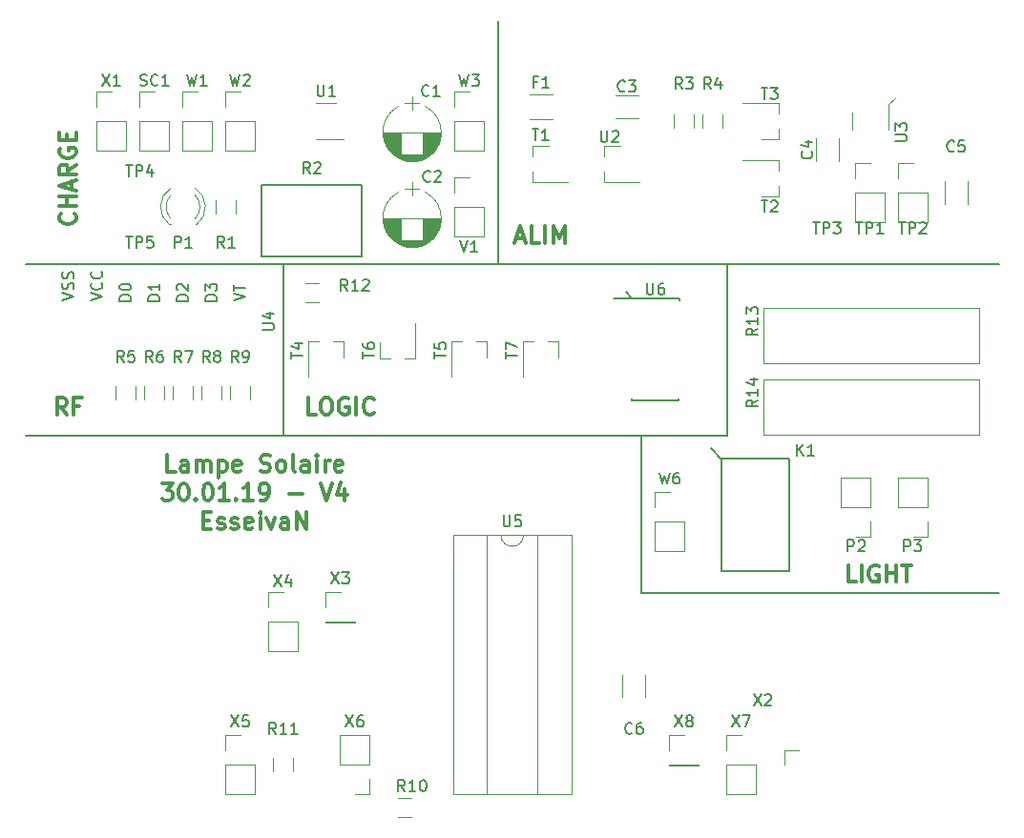
<source format=gbr>
G04 #@! TF.GenerationSoftware,KiCad,Pcbnew,(5.0.2)-1*
G04 #@! TF.CreationDate,2019-01-30T16:57:35+01:00*
G04 #@! TF.ProjectId,LampeSolaire,4c616d70-6553-46f6-9c61-6972652e6b69,4*
G04 #@! TF.SameCoordinates,Original*
G04 #@! TF.FileFunction,Legend,Top*
G04 #@! TF.FilePolarity,Positive*
%FSLAX46Y46*%
G04 Gerber Fmt 4.6, Leading zero omitted, Abs format (unit mm)*
G04 Created by KiCad (PCBNEW (5.0.2)-1) date 30.01.2019 16:57:35*
%MOMM*%
%LPD*%
G01*
G04 APERTURE LIST*
%ADD10C,0.300000*%
%ADD11C,0.200000*%
%ADD12C,0.150000*%
%ADD13C,0.120000*%
%ADD14C,0.304800*%
G04 APERTURE END LIST*
D10*
X130500000Y-92678571D02*
X129785714Y-92678571D01*
X129785714Y-91178571D01*
X131000000Y-92678571D02*
X131000000Y-91178571D01*
X132500000Y-91250000D02*
X132357142Y-91178571D01*
X132142857Y-91178571D01*
X131928571Y-91250000D01*
X131785714Y-91392857D01*
X131714285Y-91535714D01*
X131642857Y-91821428D01*
X131642857Y-92035714D01*
X131714285Y-92321428D01*
X131785714Y-92464285D01*
X131928571Y-92607142D01*
X132142857Y-92678571D01*
X132285714Y-92678571D01*
X132500000Y-92607142D01*
X132571428Y-92535714D01*
X132571428Y-92035714D01*
X132285714Y-92035714D01*
X133214285Y-92678571D02*
X133214285Y-91178571D01*
X133214285Y-91892857D02*
X134071428Y-91892857D01*
X134071428Y-92678571D02*
X134071428Y-91178571D01*
X134571428Y-91178571D02*
X135428571Y-91178571D01*
X135000000Y-92678571D02*
X135000000Y-91178571D01*
D11*
X111430000Y-93650000D02*
X111430000Y-79680000D01*
X143180000Y-93650000D02*
X111430000Y-93650000D01*
X119050000Y-79680000D02*
X119050000Y-64440000D01*
D10*
X82581428Y-77818571D02*
X81867142Y-77818571D01*
X81867142Y-76318571D01*
X83367142Y-76318571D02*
X83652857Y-76318571D01*
X83795714Y-76390000D01*
X83938571Y-76532857D01*
X84010000Y-76818571D01*
X84010000Y-77318571D01*
X83938571Y-77604285D01*
X83795714Y-77747142D01*
X83652857Y-77818571D01*
X83367142Y-77818571D01*
X83224285Y-77747142D01*
X83081428Y-77604285D01*
X83010000Y-77318571D01*
X83010000Y-76818571D01*
X83081428Y-76532857D01*
X83224285Y-76390000D01*
X83367142Y-76318571D01*
X85438571Y-76390000D02*
X85295714Y-76318571D01*
X85081428Y-76318571D01*
X84867142Y-76390000D01*
X84724285Y-76532857D01*
X84652857Y-76675714D01*
X84581428Y-76961428D01*
X84581428Y-77175714D01*
X84652857Y-77461428D01*
X84724285Y-77604285D01*
X84867142Y-77747142D01*
X85081428Y-77818571D01*
X85224285Y-77818571D01*
X85438571Y-77747142D01*
X85510000Y-77675714D01*
X85510000Y-77175714D01*
X85224285Y-77175714D01*
X86152857Y-77818571D02*
X86152857Y-76318571D01*
X87724285Y-77675714D02*
X87652857Y-77747142D01*
X87438571Y-77818571D01*
X87295714Y-77818571D01*
X87081428Y-77747142D01*
X86938571Y-77604285D01*
X86867142Y-77461428D01*
X86795714Y-77175714D01*
X86795714Y-76961428D01*
X86867142Y-76675714D01*
X86938571Y-76532857D01*
X87081428Y-76390000D01*
X87295714Y-76318571D01*
X87438571Y-76318571D01*
X87652857Y-76390000D01*
X87724285Y-76461428D01*
D11*
X79680000Y-79680000D02*
X119050000Y-79680000D01*
D10*
X60451428Y-77818571D02*
X59951428Y-77104285D01*
X59594285Y-77818571D02*
X59594285Y-76318571D01*
X60165714Y-76318571D01*
X60308571Y-76390000D01*
X60380000Y-76461428D01*
X60451428Y-76604285D01*
X60451428Y-76818571D01*
X60380000Y-76961428D01*
X60308571Y-77032857D01*
X60165714Y-77104285D01*
X59594285Y-77104285D01*
X61594285Y-77032857D02*
X61094285Y-77032857D01*
X61094285Y-77818571D02*
X61094285Y-76318571D01*
X61808571Y-76318571D01*
D11*
X79680000Y-79680000D02*
X79680000Y-64440000D01*
X56820000Y-79680000D02*
X79680000Y-79680000D01*
D10*
X100361428Y-62150000D02*
X101075714Y-62150000D01*
X100218571Y-62578571D02*
X100718571Y-61078571D01*
X101218571Y-62578571D01*
X102432857Y-62578571D02*
X101718571Y-62578571D01*
X101718571Y-61078571D01*
X102932857Y-62578571D02*
X102932857Y-61078571D01*
X103647142Y-62578571D02*
X103647142Y-61078571D01*
X104147142Y-62150000D01*
X104647142Y-61078571D01*
X104647142Y-62578571D01*
D11*
X98730000Y-64440000D02*
X143180000Y-64440000D01*
X98730000Y-64440000D02*
X56820000Y-64440000D01*
X98730000Y-42850000D02*
X98730000Y-64440000D01*
D10*
X70104285Y-82888571D02*
X69390000Y-82888571D01*
X69390000Y-81388571D01*
X71247142Y-82888571D02*
X71247142Y-82102857D01*
X71175714Y-81960000D01*
X71032857Y-81888571D01*
X70747142Y-81888571D01*
X70604285Y-81960000D01*
X71247142Y-82817142D02*
X71104285Y-82888571D01*
X70747142Y-82888571D01*
X70604285Y-82817142D01*
X70532857Y-82674285D01*
X70532857Y-82531428D01*
X70604285Y-82388571D01*
X70747142Y-82317142D01*
X71104285Y-82317142D01*
X71247142Y-82245714D01*
X71961428Y-82888571D02*
X71961428Y-81888571D01*
X71961428Y-82031428D02*
X72032857Y-81960000D01*
X72175714Y-81888571D01*
X72390000Y-81888571D01*
X72532857Y-81960000D01*
X72604285Y-82102857D01*
X72604285Y-82888571D01*
X72604285Y-82102857D02*
X72675714Y-81960000D01*
X72818571Y-81888571D01*
X73032857Y-81888571D01*
X73175714Y-81960000D01*
X73247142Y-82102857D01*
X73247142Y-82888571D01*
X73961428Y-81888571D02*
X73961428Y-83388571D01*
X73961428Y-81960000D02*
X74104285Y-81888571D01*
X74390000Y-81888571D01*
X74532857Y-81960000D01*
X74604285Y-82031428D01*
X74675714Y-82174285D01*
X74675714Y-82602857D01*
X74604285Y-82745714D01*
X74532857Y-82817142D01*
X74390000Y-82888571D01*
X74104285Y-82888571D01*
X73961428Y-82817142D01*
X75890000Y-82817142D02*
X75747142Y-82888571D01*
X75461428Y-82888571D01*
X75318571Y-82817142D01*
X75247142Y-82674285D01*
X75247142Y-82102857D01*
X75318571Y-81960000D01*
X75461428Y-81888571D01*
X75747142Y-81888571D01*
X75890000Y-81960000D01*
X75961428Y-82102857D01*
X75961428Y-82245714D01*
X75247142Y-82388571D01*
X77675714Y-82817142D02*
X77890000Y-82888571D01*
X78247142Y-82888571D01*
X78390000Y-82817142D01*
X78461428Y-82745714D01*
X78532857Y-82602857D01*
X78532857Y-82460000D01*
X78461428Y-82317142D01*
X78390000Y-82245714D01*
X78247142Y-82174285D01*
X77961428Y-82102857D01*
X77818571Y-82031428D01*
X77747142Y-81960000D01*
X77675714Y-81817142D01*
X77675714Y-81674285D01*
X77747142Y-81531428D01*
X77818571Y-81460000D01*
X77961428Y-81388571D01*
X78318571Y-81388571D01*
X78532857Y-81460000D01*
X79390000Y-82888571D02*
X79247142Y-82817142D01*
X79175714Y-82745714D01*
X79104285Y-82602857D01*
X79104285Y-82174285D01*
X79175714Y-82031428D01*
X79247142Y-81960000D01*
X79390000Y-81888571D01*
X79604285Y-81888571D01*
X79747142Y-81960000D01*
X79818571Y-82031428D01*
X79890000Y-82174285D01*
X79890000Y-82602857D01*
X79818571Y-82745714D01*
X79747142Y-82817142D01*
X79604285Y-82888571D01*
X79390000Y-82888571D01*
X80747142Y-82888571D02*
X80604285Y-82817142D01*
X80532857Y-82674285D01*
X80532857Y-81388571D01*
X81961428Y-82888571D02*
X81961428Y-82102857D01*
X81890000Y-81960000D01*
X81747142Y-81888571D01*
X81461428Y-81888571D01*
X81318571Y-81960000D01*
X81961428Y-82817142D02*
X81818571Y-82888571D01*
X81461428Y-82888571D01*
X81318571Y-82817142D01*
X81247142Y-82674285D01*
X81247142Y-82531428D01*
X81318571Y-82388571D01*
X81461428Y-82317142D01*
X81818571Y-82317142D01*
X81961428Y-82245714D01*
X82675714Y-82888571D02*
X82675714Y-81888571D01*
X82675714Y-81388571D02*
X82604285Y-81460000D01*
X82675714Y-81531428D01*
X82747142Y-81460000D01*
X82675714Y-81388571D01*
X82675714Y-81531428D01*
X83390000Y-82888571D02*
X83390000Y-81888571D01*
X83390000Y-82174285D02*
X83461428Y-82031428D01*
X83532857Y-81960000D01*
X83675714Y-81888571D01*
X83818571Y-81888571D01*
X84890000Y-82817142D02*
X84747142Y-82888571D01*
X84461428Y-82888571D01*
X84318571Y-82817142D01*
X84247142Y-82674285D01*
X84247142Y-82102857D01*
X84318571Y-81960000D01*
X84461428Y-81888571D01*
X84747142Y-81888571D01*
X84890000Y-81960000D01*
X84961428Y-82102857D01*
X84961428Y-82245714D01*
X84247142Y-82388571D01*
X68925714Y-83938571D02*
X69854285Y-83938571D01*
X69354285Y-84510000D01*
X69568571Y-84510000D01*
X69711428Y-84581428D01*
X69782857Y-84652857D01*
X69854285Y-84795714D01*
X69854285Y-85152857D01*
X69782857Y-85295714D01*
X69711428Y-85367142D01*
X69568571Y-85438571D01*
X69140000Y-85438571D01*
X68997142Y-85367142D01*
X68925714Y-85295714D01*
X70782857Y-83938571D02*
X70925714Y-83938571D01*
X71068571Y-84010000D01*
X71140000Y-84081428D01*
X71211428Y-84224285D01*
X71282857Y-84510000D01*
X71282857Y-84867142D01*
X71211428Y-85152857D01*
X71140000Y-85295714D01*
X71068571Y-85367142D01*
X70925714Y-85438571D01*
X70782857Y-85438571D01*
X70640000Y-85367142D01*
X70568571Y-85295714D01*
X70497142Y-85152857D01*
X70425714Y-84867142D01*
X70425714Y-84510000D01*
X70497142Y-84224285D01*
X70568571Y-84081428D01*
X70640000Y-84010000D01*
X70782857Y-83938571D01*
X71925714Y-85295714D02*
X71997142Y-85367142D01*
X71925714Y-85438571D01*
X71854285Y-85367142D01*
X71925714Y-85295714D01*
X71925714Y-85438571D01*
X72925714Y-83938571D02*
X73068571Y-83938571D01*
X73211428Y-84010000D01*
X73282857Y-84081428D01*
X73354285Y-84224285D01*
X73425714Y-84510000D01*
X73425714Y-84867142D01*
X73354285Y-85152857D01*
X73282857Y-85295714D01*
X73211428Y-85367142D01*
X73068571Y-85438571D01*
X72925714Y-85438571D01*
X72782857Y-85367142D01*
X72711428Y-85295714D01*
X72640000Y-85152857D01*
X72568571Y-84867142D01*
X72568571Y-84510000D01*
X72640000Y-84224285D01*
X72711428Y-84081428D01*
X72782857Y-84010000D01*
X72925714Y-83938571D01*
X74854285Y-85438571D02*
X73997142Y-85438571D01*
X74425714Y-85438571D02*
X74425714Y-83938571D01*
X74282857Y-84152857D01*
X74140000Y-84295714D01*
X73997142Y-84367142D01*
X75497142Y-85295714D02*
X75568571Y-85367142D01*
X75497142Y-85438571D01*
X75425714Y-85367142D01*
X75497142Y-85295714D01*
X75497142Y-85438571D01*
X76997142Y-85438571D02*
X76140000Y-85438571D01*
X76568571Y-85438571D02*
X76568571Y-83938571D01*
X76425714Y-84152857D01*
X76282857Y-84295714D01*
X76140000Y-84367142D01*
X77711428Y-85438571D02*
X77997142Y-85438571D01*
X78140000Y-85367142D01*
X78211428Y-85295714D01*
X78354285Y-85081428D01*
X78425714Y-84795714D01*
X78425714Y-84224285D01*
X78354285Y-84081428D01*
X78282857Y-84010000D01*
X78140000Y-83938571D01*
X77854285Y-83938571D01*
X77711428Y-84010000D01*
X77640000Y-84081428D01*
X77568571Y-84224285D01*
X77568571Y-84581428D01*
X77640000Y-84724285D01*
X77711428Y-84795714D01*
X77854285Y-84867142D01*
X78140000Y-84867142D01*
X78282857Y-84795714D01*
X78354285Y-84724285D01*
X78425714Y-84581428D01*
X80211428Y-84867142D02*
X81354285Y-84867142D01*
X82997142Y-83938571D02*
X83497142Y-85438571D01*
X83997142Y-83938571D01*
X85140000Y-84438571D02*
X85140000Y-85438571D01*
X84782857Y-83867142D02*
X84425714Y-84938571D01*
X85354285Y-84938571D01*
X72568571Y-87202857D02*
X73068571Y-87202857D01*
X73282857Y-87988571D02*
X72568571Y-87988571D01*
X72568571Y-86488571D01*
X73282857Y-86488571D01*
X73854285Y-87917142D02*
X73997142Y-87988571D01*
X74282857Y-87988571D01*
X74425714Y-87917142D01*
X74497142Y-87774285D01*
X74497142Y-87702857D01*
X74425714Y-87560000D01*
X74282857Y-87488571D01*
X74068571Y-87488571D01*
X73925714Y-87417142D01*
X73854285Y-87274285D01*
X73854285Y-87202857D01*
X73925714Y-87060000D01*
X74068571Y-86988571D01*
X74282857Y-86988571D01*
X74425714Y-87060000D01*
X75068571Y-87917142D02*
X75211428Y-87988571D01*
X75497142Y-87988571D01*
X75640000Y-87917142D01*
X75711428Y-87774285D01*
X75711428Y-87702857D01*
X75640000Y-87560000D01*
X75497142Y-87488571D01*
X75282857Y-87488571D01*
X75140000Y-87417142D01*
X75068571Y-87274285D01*
X75068571Y-87202857D01*
X75140000Y-87060000D01*
X75282857Y-86988571D01*
X75497142Y-86988571D01*
X75640000Y-87060000D01*
X76925714Y-87917142D02*
X76782857Y-87988571D01*
X76497142Y-87988571D01*
X76354285Y-87917142D01*
X76282857Y-87774285D01*
X76282857Y-87202857D01*
X76354285Y-87060000D01*
X76497142Y-86988571D01*
X76782857Y-86988571D01*
X76925714Y-87060000D01*
X76997142Y-87202857D01*
X76997142Y-87345714D01*
X76282857Y-87488571D01*
X77640000Y-87988571D02*
X77640000Y-86988571D01*
X77640000Y-86488571D02*
X77568571Y-86560000D01*
X77640000Y-86631428D01*
X77711428Y-86560000D01*
X77640000Y-86488571D01*
X77640000Y-86631428D01*
X78211428Y-86988571D02*
X78568571Y-87988571D01*
X78925714Y-86988571D01*
X80140000Y-87988571D02*
X80140000Y-87202857D01*
X80068571Y-87060000D01*
X79925714Y-86988571D01*
X79640000Y-86988571D01*
X79497142Y-87060000D01*
X80140000Y-87917142D02*
X79997142Y-87988571D01*
X79640000Y-87988571D01*
X79497142Y-87917142D01*
X79425714Y-87774285D01*
X79425714Y-87631428D01*
X79497142Y-87488571D01*
X79640000Y-87417142D01*
X79997142Y-87417142D01*
X80140000Y-87345714D01*
X80854285Y-87988571D02*
X80854285Y-86488571D01*
X81711428Y-87988571D01*
X81711428Y-86488571D01*
X61165714Y-59962857D02*
X61237142Y-60034285D01*
X61308571Y-60248571D01*
X61308571Y-60391428D01*
X61237142Y-60605714D01*
X61094285Y-60748571D01*
X60951428Y-60820000D01*
X60665714Y-60891428D01*
X60451428Y-60891428D01*
X60165714Y-60820000D01*
X60022857Y-60748571D01*
X59880000Y-60605714D01*
X59808571Y-60391428D01*
X59808571Y-60248571D01*
X59880000Y-60034285D01*
X59951428Y-59962857D01*
X61308571Y-59320000D02*
X59808571Y-59320000D01*
X60522857Y-59320000D02*
X60522857Y-58462857D01*
X61308571Y-58462857D02*
X59808571Y-58462857D01*
X60880000Y-57820000D02*
X60880000Y-57105714D01*
X61308571Y-57962857D02*
X59808571Y-57462857D01*
X61308571Y-56962857D01*
X61308571Y-55605714D02*
X60594285Y-56105714D01*
X61308571Y-56462857D02*
X59808571Y-56462857D01*
X59808571Y-55891428D01*
X59880000Y-55748571D01*
X59951428Y-55677142D01*
X60094285Y-55605714D01*
X60308571Y-55605714D01*
X60451428Y-55677142D01*
X60522857Y-55748571D01*
X60594285Y-55891428D01*
X60594285Y-56462857D01*
X59880000Y-54177142D02*
X59808571Y-54320000D01*
X59808571Y-54534285D01*
X59880000Y-54748571D01*
X60022857Y-54891428D01*
X60165714Y-54962857D01*
X60451428Y-55034285D01*
X60665714Y-55034285D01*
X60951428Y-54962857D01*
X61094285Y-54891428D01*
X61237142Y-54748571D01*
X61308571Y-54534285D01*
X61308571Y-54391428D01*
X61237142Y-54177142D01*
X61165714Y-54105714D01*
X60665714Y-54105714D01*
X60665714Y-54391428D01*
X60522857Y-53462857D02*
X60522857Y-52962857D01*
X61308571Y-52748571D02*
X61308571Y-53462857D01*
X59808571Y-53462857D01*
X59808571Y-52748571D01*
D12*
G04 #@! TO.C,R2*
X82220000Y-57455000D02*
X77775000Y-57455000D01*
X77775000Y-57455000D02*
X77775000Y-63805000D01*
X77775000Y-63805000D02*
X86665000Y-63805000D01*
X86665000Y-63805000D02*
X86665000Y-57455000D01*
X86665000Y-57455000D02*
X82220000Y-57455000D01*
D13*
G04 #@! TO.C,W3*
X94860000Y-54340000D02*
X97520000Y-54340000D01*
X94860000Y-51740000D02*
X94860000Y-54340000D01*
X97520000Y-51740000D02*
X97520000Y-54340000D01*
X94860000Y-51740000D02*
X97520000Y-51740000D01*
X94860000Y-50470000D02*
X94860000Y-49140000D01*
X94860000Y-49140000D02*
X96190000Y-49140000D01*
G04 #@! TO.C,C1*
X92289723Y-55045722D02*
G75*
G03X92290000Y-50434420I-1179723J2305722D01*
G01*
X89930277Y-55045722D02*
G75*
G02X89930000Y-50434420I1179723J2305722D01*
G01*
X89930277Y-55045722D02*
G75*
G03X92290000Y-55045580I1179723J2305722D01*
G01*
X93660000Y-52740000D02*
X88560000Y-52740000D01*
X93660000Y-52780000D02*
X92090000Y-52780000D01*
X90130000Y-52780000D02*
X88560000Y-52780000D01*
X93659000Y-52820000D02*
X92090000Y-52820000D01*
X90130000Y-52820000D02*
X88561000Y-52820000D01*
X93658000Y-52860000D02*
X92090000Y-52860000D01*
X90130000Y-52860000D02*
X88562000Y-52860000D01*
X93656000Y-52900000D02*
X92090000Y-52900000D01*
X90130000Y-52900000D02*
X88564000Y-52900000D01*
X93653000Y-52940000D02*
X92090000Y-52940000D01*
X90130000Y-52940000D02*
X88567000Y-52940000D01*
X93649000Y-52980000D02*
X92090000Y-52980000D01*
X90130000Y-52980000D02*
X88571000Y-52980000D01*
X93645000Y-53020000D02*
X92090000Y-53020000D01*
X90130000Y-53020000D02*
X88575000Y-53020000D01*
X93641000Y-53060000D02*
X92090000Y-53060000D01*
X90130000Y-53060000D02*
X88579000Y-53060000D01*
X93635000Y-53100000D02*
X92090000Y-53100000D01*
X90130000Y-53100000D02*
X88585000Y-53100000D01*
X93629000Y-53140000D02*
X92090000Y-53140000D01*
X90130000Y-53140000D02*
X88591000Y-53140000D01*
X93623000Y-53180000D02*
X92090000Y-53180000D01*
X90130000Y-53180000D02*
X88597000Y-53180000D01*
X93616000Y-53220000D02*
X92090000Y-53220000D01*
X90130000Y-53220000D02*
X88604000Y-53220000D01*
X93608000Y-53260000D02*
X92090000Y-53260000D01*
X90130000Y-53260000D02*
X88612000Y-53260000D01*
X93599000Y-53300000D02*
X92090000Y-53300000D01*
X90130000Y-53300000D02*
X88621000Y-53300000D01*
X93590000Y-53340000D02*
X92090000Y-53340000D01*
X90130000Y-53340000D02*
X88630000Y-53340000D01*
X93580000Y-53380000D02*
X92090000Y-53380000D01*
X90130000Y-53380000D02*
X88640000Y-53380000D01*
X93570000Y-53420000D02*
X92090000Y-53420000D01*
X90130000Y-53420000D02*
X88650000Y-53420000D01*
X93558000Y-53461000D02*
X92090000Y-53461000D01*
X90130000Y-53461000D02*
X88662000Y-53461000D01*
X93546000Y-53501000D02*
X92090000Y-53501000D01*
X90130000Y-53501000D02*
X88674000Y-53501000D01*
X93534000Y-53541000D02*
X92090000Y-53541000D01*
X90130000Y-53541000D02*
X88686000Y-53541000D01*
X93520000Y-53581000D02*
X92090000Y-53581000D01*
X90130000Y-53581000D02*
X88700000Y-53581000D01*
X93506000Y-53621000D02*
X92090000Y-53621000D01*
X90130000Y-53621000D02*
X88714000Y-53621000D01*
X93492000Y-53661000D02*
X92090000Y-53661000D01*
X90130000Y-53661000D02*
X88728000Y-53661000D01*
X93476000Y-53701000D02*
X92090000Y-53701000D01*
X90130000Y-53701000D02*
X88744000Y-53701000D01*
X93460000Y-53741000D02*
X92090000Y-53741000D01*
X90130000Y-53741000D02*
X88760000Y-53741000D01*
X93443000Y-53781000D02*
X92090000Y-53781000D01*
X90130000Y-53781000D02*
X88777000Y-53781000D01*
X93425000Y-53821000D02*
X92090000Y-53821000D01*
X90130000Y-53821000D02*
X88795000Y-53821000D01*
X93406000Y-53861000D02*
X92090000Y-53861000D01*
X90130000Y-53861000D02*
X88814000Y-53861000D01*
X93386000Y-53901000D02*
X92090000Y-53901000D01*
X90130000Y-53901000D02*
X88834000Y-53901000D01*
X93366000Y-53941000D02*
X92090000Y-53941000D01*
X90130000Y-53941000D02*
X88854000Y-53941000D01*
X93344000Y-53981000D02*
X92090000Y-53981000D01*
X90130000Y-53981000D02*
X88876000Y-53981000D01*
X93322000Y-54021000D02*
X92090000Y-54021000D01*
X90130000Y-54021000D02*
X88898000Y-54021000D01*
X93299000Y-54061000D02*
X92090000Y-54061000D01*
X90130000Y-54061000D02*
X88921000Y-54061000D01*
X93275000Y-54101000D02*
X92090000Y-54101000D01*
X90130000Y-54101000D02*
X88945000Y-54101000D01*
X93250000Y-54141000D02*
X92090000Y-54141000D01*
X90130000Y-54141000D02*
X88970000Y-54141000D01*
X93223000Y-54181000D02*
X92090000Y-54181000D01*
X90130000Y-54181000D02*
X88997000Y-54181000D01*
X93196000Y-54221000D02*
X92090000Y-54221000D01*
X90130000Y-54221000D02*
X89024000Y-54221000D01*
X93168000Y-54261000D02*
X92090000Y-54261000D01*
X90130000Y-54261000D02*
X89052000Y-54261000D01*
X93138000Y-54301000D02*
X92090000Y-54301000D01*
X90130000Y-54301000D02*
X89082000Y-54301000D01*
X93107000Y-54341000D02*
X92090000Y-54341000D01*
X90130000Y-54341000D02*
X89113000Y-54341000D01*
X93075000Y-54381000D02*
X92090000Y-54381000D01*
X90130000Y-54381000D02*
X89145000Y-54381000D01*
X93042000Y-54421000D02*
X92090000Y-54421000D01*
X90130000Y-54421000D02*
X89178000Y-54421000D01*
X93007000Y-54461000D02*
X92090000Y-54461000D01*
X90130000Y-54461000D02*
X89213000Y-54461000D01*
X92971000Y-54501000D02*
X92090000Y-54501000D01*
X90130000Y-54501000D02*
X89249000Y-54501000D01*
X92933000Y-54541000D02*
X92090000Y-54541000D01*
X90130000Y-54541000D02*
X89287000Y-54541000D01*
X92893000Y-54581000D02*
X92090000Y-54581000D01*
X90130000Y-54581000D02*
X89327000Y-54581000D01*
X92852000Y-54621000D02*
X92090000Y-54621000D01*
X90130000Y-54621000D02*
X89368000Y-54621000D01*
X92809000Y-54661000D02*
X92090000Y-54661000D01*
X90130000Y-54661000D02*
X89411000Y-54661000D01*
X92764000Y-54701000D02*
X92090000Y-54701000D01*
X90130000Y-54701000D02*
X89456000Y-54701000D01*
X92716000Y-54741000D02*
X89504000Y-54741000D01*
X92666000Y-54781000D02*
X89554000Y-54781000D01*
X92614000Y-54821000D02*
X89606000Y-54821000D01*
X92558000Y-54861000D02*
X89662000Y-54861000D01*
X92500000Y-54901000D02*
X89720000Y-54901000D01*
X92437000Y-54941000D02*
X89783000Y-54941000D01*
X92371000Y-54981000D02*
X89849000Y-54981000D01*
X92299000Y-55021000D02*
X89921000Y-55021000D01*
X92222000Y-55061000D02*
X89998000Y-55061000D01*
X92138000Y-55101000D02*
X90082000Y-55101000D01*
X92044000Y-55141000D02*
X90176000Y-55141000D01*
X91939000Y-55181000D02*
X90281000Y-55181000D01*
X91817000Y-55221000D02*
X90403000Y-55221000D01*
X91669000Y-55261000D02*
X90551000Y-55261000D01*
X91464000Y-55301000D02*
X90756000Y-55301000D01*
X91110000Y-49540000D02*
X91110000Y-50740000D01*
X91760000Y-50140000D02*
X90460000Y-50140000D01*
G04 #@! TO.C,C2*
X92289723Y-62665722D02*
G75*
G03X92290000Y-58054420I-1179723J2305722D01*
G01*
X89930277Y-62665722D02*
G75*
G02X89930000Y-58054420I1179723J2305722D01*
G01*
X89930277Y-62665722D02*
G75*
G03X92290000Y-62665580I1179723J2305722D01*
G01*
X93660000Y-60360000D02*
X88560000Y-60360000D01*
X93660000Y-60400000D02*
X92090000Y-60400000D01*
X90130000Y-60400000D02*
X88560000Y-60400000D01*
X93659000Y-60440000D02*
X92090000Y-60440000D01*
X90130000Y-60440000D02*
X88561000Y-60440000D01*
X93658000Y-60480000D02*
X92090000Y-60480000D01*
X90130000Y-60480000D02*
X88562000Y-60480000D01*
X93656000Y-60520000D02*
X92090000Y-60520000D01*
X90130000Y-60520000D02*
X88564000Y-60520000D01*
X93653000Y-60560000D02*
X92090000Y-60560000D01*
X90130000Y-60560000D02*
X88567000Y-60560000D01*
X93649000Y-60600000D02*
X92090000Y-60600000D01*
X90130000Y-60600000D02*
X88571000Y-60600000D01*
X93645000Y-60640000D02*
X92090000Y-60640000D01*
X90130000Y-60640000D02*
X88575000Y-60640000D01*
X93641000Y-60680000D02*
X92090000Y-60680000D01*
X90130000Y-60680000D02*
X88579000Y-60680000D01*
X93635000Y-60720000D02*
X92090000Y-60720000D01*
X90130000Y-60720000D02*
X88585000Y-60720000D01*
X93629000Y-60760000D02*
X92090000Y-60760000D01*
X90130000Y-60760000D02*
X88591000Y-60760000D01*
X93623000Y-60800000D02*
X92090000Y-60800000D01*
X90130000Y-60800000D02*
X88597000Y-60800000D01*
X93616000Y-60840000D02*
X92090000Y-60840000D01*
X90130000Y-60840000D02*
X88604000Y-60840000D01*
X93608000Y-60880000D02*
X92090000Y-60880000D01*
X90130000Y-60880000D02*
X88612000Y-60880000D01*
X93599000Y-60920000D02*
X92090000Y-60920000D01*
X90130000Y-60920000D02*
X88621000Y-60920000D01*
X93590000Y-60960000D02*
X92090000Y-60960000D01*
X90130000Y-60960000D02*
X88630000Y-60960000D01*
X93580000Y-61000000D02*
X92090000Y-61000000D01*
X90130000Y-61000000D02*
X88640000Y-61000000D01*
X93570000Y-61040000D02*
X92090000Y-61040000D01*
X90130000Y-61040000D02*
X88650000Y-61040000D01*
X93558000Y-61081000D02*
X92090000Y-61081000D01*
X90130000Y-61081000D02*
X88662000Y-61081000D01*
X93546000Y-61121000D02*
X92090000Y-61121000D01*
X90130000Y-61121000D02*
X88674000Y-61121000D01*
X93534000Y-61161000D02*
X92090000Y-61161000D01*
X90130000Y-61161000D02*
X88686000Y-61161000D01*
X93520000Y-61201000D02*
X92090000Y-61201000D01*
X90130000Y-61201000D02*
X88700000Y-61201000D01*
X93506000Y-61241000D02*
X92090000Y-61241000D01*
X90130000Y-61241000D02*
X88714000Y-61241000D01*
X93492000Y-61281000D02*
X92090000Y-61281000D01*
X90130000Y-61281000D02*
X88728000Y-61281000D01*
X93476000Y-61321000D02*
X92090000Y-61321000D01*
X90130000Y-61321000D02*
X88744000Y-61321000D01*
X93460000Y-61361000D02*
X92090000Y-61361000D01*
X90130000Y-61361000D02*
X88760000Y-61361000D01*
X93443000Y-61401000D02*
X92090000Y-61401000D01*
X90130000Y-61401000D02*
X88777000Y-61401000D01*
X93425000Y-61441000D02*
X92090000Y-61441000D01*
X90130000Y-61441000D02*
X88795000Y-61441000D01*
X93406000Y-61481000D02*
X92090000Y-61481000D01*
X90130000Y-61481000D02*
X88814000Y-61481000D01*
X93386000Y-61521000D02*
X92090000Y-61521000D01*
X90130000Y-61521000D02*
X88834000Y-61521000D01*
X93366000Y-61561000D02*
X92090000Y-61561000D01*
X90130000Y-61561000D02*
X88854000Y-61561000D01*
X93344000Y-61601000D02*
X92090000Y-61601000D01*
X90130000Y-61601000D02*
X88876000Y-61601000D01*
X93322000Y-61641000D02*
X92090000Y-61641000D01*
X90130000Y-61641000D02*
X88898000Y-61641000D01*
X93299000Y-61681000D02*
X92090000Y-61681000D01*
X90130000Y-61681000D02*
X88921000Y-61681000D01*
X93275000Y-61721000D02*
X92090000Y-61721000D01*
X90130000Y-61721000D02*
X88945000Y-61721000D01*
X93250000Y-61761000D02*
X92090000Y-61761000D01*
X90130000Y-61761000D02*
X88970000Y-61761000D01*
X93223000Y-61801000D02*
X92090000Y-61801000D01*
X90130000Y-61801000D02*
X88997000Y-61801000D01*
X93196000Y-61841000D02*
X92090000Y-61841000D01*
X90130000Y-61841000D02*
X89024000Y-61841000D01*
X93168000Y-61881000D02*
X92090000Y-61881000D01*
X90130000Y-61881000D02*
X89052000Y-61881000D01*
X93138000Y-61921000D02*
X92090000Y-61921000D01*
X90130000Y-61921000D02*
X89082000Y-61921000D01*
X93107000Y-61961000D02*
X92090000Y-61961000D01*
X90130000Y-61961000D02*
X89113000Y-61961000D01*
X93075000Y-62001000D02*
X92090000Y-62001000D01*
X90130000Y-62001000D02*
X89145000Y-62001000D01*
X93042000Y-62041000D02*
X92090000Y-62041000D01*
X90130000Y-62041000D02*
X89178000Y-62041000D01*
X93007000Y-62081000D02*
X92090000Y-62081000D01*
X90130000Y-62081000D02*
X89213000Y-62081000D01*
X92971000Y-62121000D02*
X92090000Y-62121000D01*
X90130000Y-62121000D02*
X89249000Y-62121000D01*
X92933000Y-62161000D02*
X92090000Y-62161000D01*
X90130000Y-62161000D02*
X89287000Y-62161000D01*
X92893000Y-62201000D02*
X92090000Y-62201000D01*
X90130000Y-62201000D02*
X89327000Y-62201000D01*
X92852000Y-62241000D02*
X92090000Y-62241000D01*
X90130000Y-62241000D02*
X89368000Y-62241000D01*
X92809000Y-62281000D02*
X92090000Y-62281000D01*
X90130000Y-62281000D02*
X89411000Y-62281000D01*
X92764000Y-62321000D02*
X92090000Y-62321000D01*
X90130000Y-62321000D02*
X89456000Y-62321000D01*
X92716000Y-62361000D02*
X89504000Y-62361000D01*
X92666000Y-62401000D02*
X89554000Y-62401000D01*
X92614000Y-62441000D02*
X89606000Y-62441000D01*
X92558000Y-62481000D02*
X89662000Y-62481000D01*
X92500000Y-62521000D02*
X89720000Y-62521000D01*
X92437000Y-62561000D02*
X89783000Y-62561000D01*
X92371000Y-62601000D02*
X89849000Y-62601000D01*
X92299000Y-62641000D02*
X89921000Y-62641000D01*
X92222000Y-62681000D02*
X89998000Y-62681000D01*
X92138000Y-62721000D02*
X90082000Y-62721000D01*
X92044000Y-62761000D02*
X90176000Y-62761000D01*
X91939000Y-62801000D02*
X90281000Y-62801000D01*
X91817000Y-62841000D02*
X90403000Y-62841000D01*
X91669000Y-62881000D02*
X90551000Y-62881000D01*
X91464000Y-62921000D02*
X90756000Y-62921000D01*
X91110000Y-57160000D02*
X91110000Y-58360000D01*
X91760000Y-57760000D02*
X90460000Y-57760000D01*
G04 #@! TO.C,C3*
X109160000Y-51490000D02*
X111160000Y-51490000D01*
X111160000Y-49450000D02*
X109160000Y-49450000D01*
G04 #@! TO.C,C4*
X126920000Y-53280000D02*
X126920000Y-55280000D01*
X128960000Y-55280000D02*
X128960000Y-53280000D01*
G04 #@! TO.C,C5*
X138350000Y-57090000D02*
X138350000Y-59090000D01*
X140390000Y-59090000D02*
X140390000Y-57090000D01*
D12*
G04 #@! TO.C,K1*
X118590000Y-81800000D02*
X117590000Y-80800000D01*
X124590000Y-91700000D02*
X124590000Y-81700000D01*
X124590000Y-81700000D02*
X118590000Y-81700000D01*
X118590000Y-81700000D02*
X118590000Y-91700000D01*
X118590000Y-91700000D02*
X124590000Y-91700000D01*
D13*
G04 #@! TO.C,P1*
X69711392Y-57687665D02*
G75*
G03X69554484Y-60920000I1078608J-1672335D01*
G01*
X71868608Y-57687665D02*
G75*
G02X72025516Y-60920000I-1078608J-1672335D01*
G01*
X69710163Y-58318870D02*
G75*
G03X69710000Y-60400961I1079837J-1041130D01*
G01*
X71869837Y-58318870D02*
G75*
G02X71870000Y-60400961I-1079837J-1041130D01*
G01*
X69554000Y-60920000D02*
X69710000Y-60920000D01*
X71870000Y-60920000D02*
X72026000Y-60920000D01*
G04 #@! TO.C,R1*
X73720000Y-59960000D02*
X73720000Y-58760000D01*
X75480000Y-58760000D02*
X75480000Y-59960000D01*
G04 #@! TO.C,R3*
X116120000Y-51140000D02*
X116120000Y-52340000D01*
X114360000Y-52340000D02*
X114360000Y-51140000D01*
G04 #@! TO.C,R4*
X118660000Y-51140000D02*
X118660000Y-52340000D01*
X116900000Y-52340000D02*
X116900000Y-51140000D01*
G04 #@! TO.C,R5*
X66590000Y-75270000D02*
X66590000Y-76470000D01*
X64830000Y-76470000D02*
X64830000Y-75270000D01*
G04 #@! TO.C,R6*
X69130000Y-75270000D02*
X69130000Y-76470000D01*
X67370000Y-76470000D02*
X67370000Y-75270000D01*
G04 #@! TO.C,R7*
X71670000Y-75270000D02*
X71670000Y-76470000D01*
X69910000Y-76470000D02*
X69910000Y-75270000D01*
G04 #@! TO.C,R8*
X74210000Y-75270000D02*
X74210000Y-76470000D01*
X72450000Y-76470000D02*
X72450000Y-75270000D01*
G04 #@! TO.C,R9*
X76750000Y-75270000D02*
X76750000Y-76470000D01*
X74990000Y-76470000D02*
X74990000Y-75270000D01*
G04 #@! TO.C,R10*
X89875000Y-111820000D02*
X91075000Y-111820000D01*
X91075000Y-113580000D02*
X89875000Y-113580000D01*
G04 #@! TO.C,R11*
X80560000Y-108290000D02*
X80560000Y-109490000D01*
X78800000Y-109490000D02*
X78800000Y-108290000D01*
G04 #@! TO.C,SC1*
X66920000Y-54340000D02*
X69580000Y-54340000D01*
X66920000Y-51740000D02*
X66920000Y-54340000D01*
X69580000Y-51740000D02*
X69580000Y-54340000D01*
X66920000Y-51740000D02*
X69580000Y-51740000D01*
X66920000Y-50470000D02*
X66920000Y-49140000D01*
X66920000Y-49140000D02*
X68250000Y-49140000D01*
G04 #@! TO.C,T1*
X101780000Y-53970000D02*
X101780000Y-54900000D01*
X101780000Y-57130000D02*
X101780000Y-56200000D01*
X101780000Y-57130000D02*
X104940000Y-57130000D01*
X101780000Y-53970000D02*
X103240000Y-53970000D01*
G04 #@! TO.C,T2*
X123620000Y-58400000D02*
X123620000Y-57470000D01*
X123620000Y-55240000D02*
X123620000Y-56170000D01*
X123620000Y-55240000D02*
X120460000Y-55240000D01*
X123620000Y-58400000D02*
X122160000Y-58400000D01*
G04 #@! TO.C,T3*
X123620000Y-53320000D02*
X123620000Y-52390000D01*
X123620000Y-50160000D02*
X123620000Y-51090000D01*
X123620000Y-50160000D02*
X120460000Y-50160000D01*
X123620000Y-53320000D02*
X122160000Y-53320000D01*
G04 #@! TO.C,T4*
X85070000Y-71300000D02*
X84140000Y-71300000D01*
X81910000Y-71300000D02*
X82840000Y-71300000D01*
X81910000Y-71300000D02*
X81910000Y-74460000D01*
X85070000Y-71300000D02*
X85070000Y-72760000D01*
G04 #@! TO.C,T5*
X97770000Y-71300000D02*
X96840000Y-71300000D01*
X94610000Y-71300000D02*
X95540000Y-71300000D01*
X94610000Y-71300000D02*
X94610000Y-74460000D01*
X97770000Y-71300000D02*
X97770000Y-72760000D01*
G04 #@! TO.C,U1*
X84390000Y-50130000D02*
X82590000Y-50130000D01*
X82590000Y-53350000D02*
X85040000Y-53350000D01*
G04 #@! TO.C,U2*
X108130000Y-53970000D02*
X108130000Y-54900000D01*
X108130000Y-57130000D02*
X108130000Y-56200000D01*
X108130000Y-57130000D02*
X111290000Y-57130000D01*
X108130000Y-53970000D02*
X109590000Y-53970000D01*
G04 #@! TO.C,U3*
X133350000Y-50240000D02*
X133950000Y-49740000D01*
X130150000Y-50940000D02*
X130150000Y-52540000D01*
X133350000Y-52540000D02*
X133350000Y-50240000D01*
G04 #@! TO.C,W1*
X70730000Y-54340000D02*
X73390000Y-54340000D01*
X70730000Y-51740000D02*
X70730000Y-54340000D01*
X73390000Y-51740000D02*
X73390000Y-54340000D01*
X70730000Y-51740000D02*
X73390000Y-51740000D01*
X70730000Y-50470000D02*
X70730000Y-49140000D01*
X70730000Y-49140000D02*
X72060000Y-49140000D01*
G04 #@! TO.C,W2*
X74540000Y-54340000D02*
X77200000Y-54340000D01*
X74540000Y-51740000D02*
X74540000Y-54340000D01*
X77200000Y-51740000D02*
X77200000Y-54340000D01*
X74540000Y-51740000D02*
X77200000Y-51740000D01*
X74540000Y-50470000D02*
X74540000Y-49140000D01*
X74540000Y-49140000D02*
X75870000Y-49140000D01*
G04 #@! TO.C,X4*
X78350000Y-98790000D02*
X81010000Y-98790000D01*
X78350000Y-96190000D02*
X78350000Y-98790000D01*
X81010000Y-96190000D02*
X81010000Y-98790000D01*
X78350000Y-96190000D02*
X81010000Y-96190000D01*
X78350000Y-94920000D02*
X78350000Y-93590000D01*
X78350000Y-93590000D02*
X79680000Y-93590000D01*
G04 #@! TO.C,X5*
X74540000Y-111490000D02*
X77200000Y-111490000D01*
X74540000Y-108890000D02*
X74540000Y-111490000D01*
X77200000Y-108890000D02*
X77200000Y-111490000D01*
X74540000Y-108890000D02*
X77200000Y-108890000D01*
X74540000Y-107620000D02*
X74540000Y-106290000D01*
X74540000Y-106290000D02*
X75870000Y-106290000D01*
G04 #@! TO.C,P2*
X131810000Y-83430000D02*
X129150000Y-83430000D01*
X131810000Y-86030000D02*
X131810000Y-83430000D01*
X129150000Y-86030000D02*
X129150000Y-83430000D01*
X131810000Y-86030000D02*
X129150000Y-86030000D01*
X131810000Y-87300000D02*
X131810000Y-88630000D01*
X131810000Y-88630000D02*
X130480000Y-88630000D01*
G04 #@! TO.C,P3*
X136890000Y-83430000D02*
X134230000Y-83430000D01*
X136890000Y-86030000D02*
X136890000Y-83430000D01*
X134230000Y-86030000D02*
X134230000Y-83430000D01*
X136890000Y-86030000D02*
X134230000Y-86030000D01*
X136890000Y-87300000D02*
X136890000Y-88630000D01*
X136890000Y-88630000D02*
X135560000Y-88630000D01*
G04 #@! TO.C,R14*
X141460000Y-79615000D02*
X122289000Y-79615000D01*
X141460000Y-74664000D02*
X122289000Y-74664000D01*
X141460000Y-79615000D02*
X141460000Y-74664000D01*
X122289000Y-79615000D02*
X122289000Y-74664000D01*
X141461000Y-78380000D02*
X141461000Y-75900000D01*
G04 #@! TO.C,V1*
X94860000Y-61960000D02*
X97520000Y-61960000D01*
X94860000Y-59360000D02*
X94860000Y-61960000D01*
X97520000Y-59360000D02*
X97520000Y-61960000D01*
X94860000Y-59360000D02*
X97520000Y-59360000D01*
X94860000Y-58090000D02*
X94860000Y-56760000D01*
X94860000Y-56760000D02*
X96190000Y-56760000D01*
G04 #@! TO.C,F1*
X103540000Y-51540000D02*
X101540000Y-51540000D01*
X101540000Y-49400000D02*
X103540000Y-49400000D01*
G04 #@! TO.C,T6*
X88260000Y-72820000D02*
X88260000Y-71360000D01*
X91420000Y-72820000D02*
X91420000Y-69660000D01*
X91420000Y-72820000D02*
X90490000Y-72820000D01*
X88260000Y-72820000D02*
X89190000Y-72820000D01*
G04 #@! TO.C,T7*
X104120000Y-71300000D02*
X103190000Y-71300000D01*
X100960000Y-71300000D02*
X101890000Y-71300000D01*
X100960000Y-71300000D02*
X100960000Y-74460000D01*
X104120000Y-71300000D02*
X104120000Y-72760000D01*
G04 #@! TO.C,C6*
X109775000Y-100905000D02*
X109775000Y-102905000D01*
X111815000Y-102905000D02*
X111815000Y-100905000D01*
G04 #@! TO.C,R12*
X81620000Y-66100000D02*
X82820000Y-66100000D01*
X82820000Y-67860000D02*
X81620000Y-67860000D01*
G04 #@! TO.C,R13*
X141460000Y-73265000D02*
X122289000Y-73265000D01*
X141460000Y-68314000D02*
X122289000Y-68314000D01*
X141460000Y-73265000D02*
X141460000Y-68314000D01*
X122289000Y-73265000D02*
X122289000Y-68314000D01*
X141461000Y-72030000D02*
X141461000Y-69550000D01*
G04 #@! TO.C,U5*
X101000000Y-88510000D02*
G75*
G02X99000000Y-88510000I-1000000J0D01*
G01*
X99000000Y-88510000D02*
X97750000Y-88510000D01*
X97750000Y-88510000D02*
X97750000Y-111490000D01*
X97750000Y-111490000D02*
X102250000Y-111490000D01*
X102250000Y-111490000D02*
X102250000Y-88510000D01*
X102250000Y-88510000D02*
X101000000Y-88510000D01*
X94750000Y-88450000D02*
X94750000Y-111550000D01*
X94750000Y-111550000D02*
X105250000Y-111550000D01*
X105250000Y-111550000D02*
X105250000Y-88450000D01*
X105250000Y-88450000D02*
X94750000Y-88450000D01*
G04 #@! TO.C,W4*
X134230000Y-55490000D02*
X135560000Y-55490000D01*
X134230000Y-56820000D02*
X134230000Y-55490000D01*
X134230000Y-58090000D02*
X136890000Y-58090000D01*
X136890000Y-58090000D02*
X136890000Y-60690000D01*
X134230000Y-58090000D02*
X134230000Y-60690000D01*
X134230000Y-60690000D02*
X136890000Y-60690000D01*
G04 #@! TO.C,W5*
X130420000Y-60690000D02*
X133080000Y-60690000D01*
X130420000Y-58090000D02*
X130420000Y-60690000D01*
X133080000Y-58090000D02*
X133080000Y-60690000D01*
X130420000Y-58090000D02*
X133080000Y-58090000D01*
X130420000Y-56820000D02*
X130420000Y-55490000D01*
X130420000Y-55490000D02*
X131750000Y-55490000D01*
G04 #@! TO.C,X1*
X63110000Y-49140000D02*
X64440000Y-49140000D01*
X63110000Y-50470000D02*
X63110000Y-49140000D01*
X63110000Y-51740000D02*
X65770000Y-51740000D01*
X65770000Y-51740000D02*
X65770000Y-54340000D01*
X63110000Y-51740000D02*
X63110000Y-54340000D01*
X63110000Y-54340000D02*
X65770000Y-54340000D01*
G04 #@! TO.C,X2*
X125400000Y-107620000D02*
X124130000Y-107620000D01*
X124130000Y-107620000D02*
X124130000Y-108890000D01*
G04 #@! TO.C,X3*
X83430000Y-93590000D02*
X84760000Y-93590000D01*
X83430000Y-94920000D02*
X83430000Y-93590000D01*
X83430000Y-96190000D02*
X86090000Y-96190000D01*
X86090000Y-96190000D02*
X86090000Y-96250000D01*
X83430000Y-96190000D02*
X83430000Y-96250000D01*
X83430000Y-96250000D02*
X86090000Y-96250000D01*
G04 #@! TO.C,X6*
X87360000Y-111490000D02*
X86030000Y-111490000D01*
X87360000Y-110160000D02*
X87360000Y-111490000D01*
X87360000Y-108890000D02*
X84700000Y-108890000D01*
X84700000Y-108890000D02*
X84700000Y-106290000D01*
X87360000Y-108890000D02*
X87360000Y-106290000D01*
X87360000Y-106290000D02*
X84700000Y-106290000D01*
G04 #@! TO.C,X7*
X118990000Y-111490000D02*
X121650000Y-111490000D01*
X118990000Y-108890000D02*
X118990000Y-111490000D01*
X121650000Y-108890000D02*
X121650000Y-111490000D01*
X118990000Y-108890000D02*
X121650000Y-108890000D01*
X118990000Y-107620000D02*
X118990000Y-106290000D01*
X118990000Y-106290000D02*
X120320000Y-106290000D01*
G04 #@! TO.C,X8*
X113910000Y-108950000D02*
X116570000Y-108950000D01*
X113910000Y-108890000D02*
X113910000Y-108950000D01*
X116570000Y-108890000D02*
X116570000Y-108950000D01*
X113910000Y-108890000D02*
X116570000Y-108890000D01*
X113910000Y-107620000D02*
X113910000Y-106290000D01*
X113910000Y-106290000D02*
X115240000Y-106290000D01*
D12*
G04 #@! TO.C,U6*
X110600000Y-67460000D02*
X109000000Y-67460000D01*
X110600000Y-67460000D02*
X110100000Y-66860000D01*
X114800000Y-67660000D02*
X114800000Y-67460000D01*
X114800000Y-67460000D02*
X110600000Y-67460000D01*
X114775000Y-76510000D02*
X114775000Y-76395000D01*
X110625000Y-76510000D02*
X110625000Y-76395000D01*
X110625000Y-76510000D02*
X114775000Y-76510000D01*
D13*
G04 #@! TO.C,W6*
X112640000Y-89900000D02*
X115300000Y-89900000D01*
X112640000Y-87300000D02*
X112640000Y-89900000D01*
X115300000Y-87300000D02*
X115300000Y-89900000D01*
X112640000Y-87300000D02*
X115300000Y-87300000D01*
X112640000Y-86030000D02*
X112640000Y-84700000D01*
X112640000Y-84700000D02*
X113970000Y-84700000D01*
G04 #@! TO.C,R2*
D12*
X82053333Y-56383380D02*
X81720000Y-55907190D01*
X81481904Y-56383380D02*
X81481904Y-55383380D01*
X81862857Y-55383380D01*
X81958095Y-55431000D01*
X82005714Y-55478619D01*
X82053333Y-55573857D01*
X82053333Y-55716714D01*
X82005714Y-55811952D01*
X81958095Y-55859571D01*
X81862857Y-55907190D01*
X81481904Y-55907190D01*
X82434285Y-55478619D02*
X82481904Y-55431000D01*
X82577142Y-55383380D01*
X82815238Y-55383380D01*
X82910476Y-55431000D01*
X82958095Y-55478619D01*
X83005714Y-55573857D01*
X83005714Y-55669095D01*
X82958095Y-55811952D01*
X82386666Y-56383380D01*
X83005714Y-56383380D01*
G04 #@! TO.C,W3*
X95285238Y-47636380D02*
X95523333Y-48636380D01*
X95713809Y-47922095D01*
X95904285Y-48636380D01*
X96142380Y-47636380D01*
X96428095Y-47636380D02*
X97047142Y-47636380D01*
X96713809Y-48017333D01*
X96856666Y-48017333D01*
X96951904Y-48064952D01*
X96999523Y-48112571D01*
X97047142Y-48207809D01*
X97047142Y-48445904D01*
X96999523Y-48541142D01*
X96951904Y-48588761D01*
X96856666Y-48636380D01*
X96570952Y-48636380D01*
X96475714Y-48588761D01*
X96428095Y-48541142D01*
G04 #@! TO.C,PERC-4.5mm*
D14*
G04 #@! TO.C,C1*
D12*
X92594333Y-49430142D02*
X92546714Y-49477761D01*
X92403857Y-49525380D01*
X92308619Y-49525380D01*
X92165761Y-49477761D01*
X92070523Y-49382523D01*
X92022904Y-49287285D01*
X91975285Y-49096809D01*
X91975285Y-48953952D01*
X92022904Y-48763476D01*
X92070523Y-48668238D01*
X92165761Y-48573000D01*
X92308619Y-48525380D01*
X92403857Y-48525380D01*
X92546714Y-48573000D01*
X92594333Y-48620619D01*
X93546714Y-49525380D02*
X92975285Y-49525380D01*
X93261000Y-49525380D02*
X93261000Y-48525380D01*
X93165761Y-48668238D01*
X93070523Y-48763476D01*
X92975285Y-48811095D01*
G04 #@! TO.C,C2*
X92721333Y-57050142D02*
X92673714Y-57097761D01*
X92530857Y-57145380D01*
X92435619Y-57145380D01*
X92292761Y-57097761D01*
X92197523Y-57002523D01*
X92149904Y-56907285D01*
X92102285Y-56716809D01*
X92102285Y-56573952D01*
X92149904Y-56383476D01*
X92197523Y-56288238D01*
X92292761Y-56193000D01*
X92435619Y-56145380D01*
X92530857Y-56145380D01*
X92673714Y-56193000D01*
X92721333Y-56240619D01*
X93102285Y-56240619D02*
X93149904Y-56193000D01*
X93245142Y-56145380D01*
X93483238Y-56145380D01*
X93578476Y-56193000D01*
X93626095Y-56240619D01*
X93673714Y-56335857D01*
X93673714Y-56431095D01*
X93626095Y-56573952D01*
X93054666Y-57145380D01*
X93673714Y-57145380D01*
G04 #@! TO.C,C3*
X109993333Y-49049142D02*
X109945714Y-49096761D01*
X109802857Y-49144380D01*
X109707619Y-49144380D01*
X109564761Y-49096761D01*
X109469523Y-49001523D01*
X109421904Y-48906285D01*
X109374285Y-48715809D01*
X109374285Y-48572952D01*
X109421904Y-48382476D01*
X109469523Y-48287238D01*
X109564761Y-48192000D01*
X109707619Y-48144380D01*
X109802857Y-48144380D01*
X109945714Y-48192000D01*
X109993333Y-48239619D01*
X110326666Y-48144380D02*
X110945714Y-48144380D01*
X110612380Y-48525333D01*
X110755238Y-48525333D01*
X110850476Y-48572952D01*
X110898095Y-48620571D01*
X110945714Y-48715809D01*
X110945714Y-48953904D01*
X110898095Y-49049142D01*
X110850476Y-49096761D01*
X110755238Y-49144380D01*
X110469523Y-49144380D01*
X110374285Y-49096761D01*
X110326666Y-49049142D01*
G04 #@! TO.C,C4*
X126547142Y-54446666D02*
X126594761Y-54494285D01*
X126642380Y-54637142D01*
X126642380Y-54732380D01*
X126594761Y-54875238D01*
X126499523Y-54970476D01*
X126404285Y-55018095D01*
X126213809Y-55065714D01*
X126070952Y-55065714D01*
X125880476Y-55018095D01*
X125785238Y-54970476D01*
X125690000Y-54875238D01*
X125642380Y-54732380D01*
X125642380Y-54637142D01*
X125690000Y-54494285D01*
X125737619Y-54446666D01*
X125975714Y-53589523D02*
X126642380Y-53589523D01*
X125594761Y-53827619D02*
X126309047Y-54065714D01*
X126309047Y-53446666D01*
G04 #@! TO.C,C5*
X139203333Y-54383142D02*
X139155714Y-54430761D01*
X139012857Y-54478380D01*
X138917619Y-54478380D01*
X138774761Y-54430761D01*
X138679523Y-54335523D01*
X138631904Y-54240285D01*
X138584285Y-54049809D01*
X138584285Y-53906952D01*
X138631904Y-53716476D01*
X138679523Y-53621238D01*
X138774761Y-53526000D01*
X138917619Y-53478380D01*
X139012857Y-53478380D01*
X139155714Y-53526000D01*
X139203333Y-53573619D01*
X140108095Y-53478380D02*
X139631904Y-53478380D01*
X139584285Y-53954571D01*
X139631904Y-53906952D01*
X139727142Y-53859333D01*
X139965238Y-53859333D01*
X140060476Y-53906952D01*
X140108095Y-53954571D01*
X140155714Y-54049809D01*
X140155714Y-54287904D01*
X140108095Y-54383142D01*
X140060476Y-54430761D01*
X139965238Y-54478380D01*
X139727142Y-54478380D01*
X139631904Y-54430761D01*
X139584285Y-54383142D01*
G04 #@! TO.C,K1*
X125261904Y-81452380D02*
X125261904Y-80452380D01*
X125833333Y-81452380D02*
X125404761Y-80880952D01*
X125833333Y-80452380D02*
X125261904Y-81023809D01*
X126785714Y-81452380D02*
X126214285Y-81452380D01*
X126500000Y-81452380D02*
X126500000Y-80452380D01*
X126404761Y-80595238D01*
X126309523Y-80690476D01*
X126214285Y-80738095D01*
G04 #@! TO.C,P1*
X70051904Y-62987380D02*
X70051904Y-61987380D01*
X70432857Y-61987380D01*
X70528095Y-62035000D01*
X70575714Y-62082619D01*
X70623333Y-62177857D01*
X70623333Y-62320714D01*
X70575714Y-62415952D01*
X70528095Y-62463571D01*
X70432857Y-62511190D01*
X70051904Y-62511190D01*
X71575714Y-62987380D02*
X71004285Y-62987380D01*
X71290000Y-62987380D02*
X71290000Y-61987380D01*
X71194761Y-62130238D01*
X71099523Y-62225476D01*
X71004285Y-62273095D01*
G04 #@! TO.C,R1*
X74433333Y-62987380D02*
X74100000Y-62511190D01*
X73861904Y-62987380D02*
X73861904Y-61987380D01*
X74242857Y-61987380D01*
X74338095Y-62035000D01*
X74385714Y-62082619D01*
X74433333Y-62177857D01*
X74433333Y-62320714D01*
X74385714Y-62415952D01*
X74338095Y-62463571D01*
X74242857Y-62511190D01*
X73861904Y-62511190D01*
X75385714Y-62987380D02*
X74814285Y-62987380D01*
X75100000Y-62987380D02*
X75100000Y-61987380D01*
X75004761Y-62130238D01*
X74909523Y-62225476D01*
X74814285Y-62273095D01*
G04 #@! TO.C,R3*
X115073333Y-48890380D02*
X114740000Y-48414190D01*
X114501904Y-48890380D02*
X114501904Y-47890380D01*
X114882857Y-47890380D01*
X114978095Y-47938000D01*
X115025714Y-47985619D01*
X115073333Y-48080857D01*
X115073333Y-48223714D01*
X115025714Y-48318952D01*
X114978095Y-48366571D01*
X114882857Y-48414190D01*
X114501904Y-48414190D01*
X115406666Y-47890380D02*
X116025714Y-47890380D01*
X115692380Y-48271333D01*
X115835238Y-48271333D01*
X115930476Y-48318952D01*
X115978095Y-48366571D01*
X116025714Y-48461809D01*
X116025714Y-48699904D01*
X115978095Y-48795142D01*
X115930476Y-48842761D01*
X115835238Y-48890380D01*
X115549523Y-48890380D01*
X115454285Y-48842761D01*
X115406666Y-48795142D01*
G04 #@! TO.C,R4*
X117613333Y-48890380D02*
X117280000Y-48414190D01*
X117041904Y-48890380D02*
X117041904Y-47890380D01*
X117422857Y-47890380D01*
X117518095Y-47938000D01*
X117565714Y-47985619D01*
X117613333Y-48080857D01*
X117613333Y-48223714D01*
X117565714Y-48318952D01*
X117518095Y-48366571D01*
X117422857Y-48414190D01*
X117041904Y-48414190D01*
X118470476Y-48223714D02*
X118470476Y-48890380D01*
X118232380Y-47842761D02*
X117994285Y-48557047D01*
X118613333Y-48557047D01*
G04 #@! TO.C,R5*
X65543333Y-73147380D02*
X65210000Y-72671190D01*
X64971904Y-73147380D02*
X64971904Y-72147380D01*
X65352857Y-72147380D01*
X65448095Y-72195000D01*
X65495714Y-72242619D01*
X65543333Y-72337857D01*
X65543333Y-72480714D01*
X65495714Y-72575952D01*
X65448095Y-72623571D01*
X65352857Y-72671190D01*
X64971904Y-72671190D01*
X66448095Y-72147380D02*
X65971904Y-72147380D01*
X65924285Y-72623571D01*
X65971904Y-72575952D01*
X66067142Y-72528333D01*
X66305238Y-72528333D01*
X66400476Y-72575952D01*
X66448095Y-72623571D01*
X66495714Y-72718809D01*
X66495714Y-72956904D01*
X66448095Y-73052142D01*
X66400476Y-73099761D01*
X66305238Y-73147380D01*
X66067142Y-73147380D01*
X65971904Y-73099761D01*
X65924285Y-73052142D01*
G04 #@! TO.C,R6*
X68083333Y-73147380D02*
X67750000Y-72671190D01*
X67511904Y-73147380D02*
X67511904Y-72147380D01*
X67892857Y-72147380D01*
X67988095Y-72195000D01*
X68035714Y-72242619D01*
X68083333Y-72337857D01*
X68083333Y-72480714D01*
X68035714Y-72575952D01*
X67988095Y-72623571D01*
X67892857Y-72671190D01*
X67511904Y-72671190D01*
X68940476Y-72147380D02*
X68750000Y-72147380D01*
X68654761Y-72195000D01*
X68607142Y-72242619D01*
X68511904Y-72385476D01*
X68464285Y-72575952D01*
X68464285Y-72956904D01*
X68511904Y-73052142D01*
X68559523Y-73099761D01*
X68654761Y-73147380D01*
X68845238Y-73147380D01*
X68940476Y-73099761D01*
X68988095Y-73052142D01*
X69035714Y-72956904D01*
X69035714Y-72718809D01*
X68988095Y-72623571D01*
X68940476Y-72575952D01*
X68845238Y-72528333D01*
X68654761Y-72528333D01*
X68559523Y-72575952D01*
X68511904Y-72623571D01*
X68464285Y-72718809D01*
G04 #@! TO.C,R7*
X70623333Y-73147380D02*
X70290000Y-72671190D01*
X70051904Y-73147380D02*
X70051904Y-72147380D01*
X70432857Y-72147380D01*
X70528095Y-72195000D01*
X70575714Y-72242619D01*
X70623333Y-72337857D01*
X70623333Y-72480714D01*
X70575714Y-72575952D01*
X70528095Y-72623571D01*
X70432857Y-72671190D01*
X70051904Y-72671190D01*
X70956666Y-72147380D02*
X71623333Y-72147380D01*
X71194761Y-73147380D01*
G04 #@! TO.C,R8*
X73163333Y-73147380D02*
X72830000Y-72671190D01*
X72591904Y-73147380D02*
X72591904Y-72147380D01*
X72972857Y-72147380D01*
X73068095Y-72195000D01*
X73115714Y-72242619D01*
X73163333Y-72337857D01*
X73163333Y-72480714D01*
X73115714Y-72575952D01*
X73068095Y-72623571D01*
X72972857Y-72671190D01*
X72591904Y-72671190D01*
X73734761Y-72575952D02*
X73639523Y-72528333D01*
X73591904Y-72480714D01*
X73544285Y-72385476D01*
X73544285Y-72337857D01*
X73591904Y-72242619D01*
X73639523Y-72195000D01*
X73734761Y-72147380D01*
X73925238Y-72147380D01*
X74020476Y-72195000D01*
X74068095Y-72242619D01*
X74115714Y-72337857D01*
X74115714Y-72385476D01*
X74068095Y-72480714D01*
X74020476Y-72528333D01*
X73925238Y-72575952D01*
X73734761Y-72575952D01*
X73639523Y-72623571D01*
X73591904Y-72671190D01*
X73544285Y-72766428D01*
X73544285Y-72956904D01*
X73591904Y-73052142D01*
X73639523Y-73099761D01*
X73734761Y-73147380D01*
X73925238Y-73147380D01*
X74020476Y-73099761D01*
X74068095Y-73052142D01*
X74115714Y-72956904D01*
X74115714Y-72766428D01*
X74068095Y-72671190D01*
X74020476Y-72623571D01*
X73925238Y-72575952D01*
G04 #@! TO.C,R9*
X75703333Y-73147380D02*
X75370000Y-72671190D01*
X75131904Y-73147380D02*
X75131904Y-72147380D01*
X75512857Y-72147380D01*
X75608095Y-72195000D01*
X75655714Y-72242619D01*
X75703333Y-72337857D01*
X75703333Y-72480714D01*
X75655714Y-72575952D01*
X75608095Y-72623571D01*
X75512857Y-72671190D01*
X75131904Y-72671190D01*
X76179523Y-73147380D02*
X76370000Y-73147380D01*
X76465238Y-73099761D01*
X76512857Y-73052142D01*
X76608095Y-72909285D01*
X76655714Y-72718809D01*
X76655714Y-72337857D01*
X76608095Y-72242619D01*
X76560476Y-72195000D01*
X76465238Y-72147380D01*
X76274761Y-72147380D01*
X76179523Y-72195000D01*
X76131904Y-72242619D01*
X76084285Y-72337857D01*
X76084285Y-72575952D01*
X76131904Y-72671190D01*
X76179523Y-72718809D01*
X76274761Y-72766428D01*
X76465238Y-72766428D01*
X76560476Y-72718809D01*
X76608095Y-72671190D01*
X76655714Y-72575952D01*
G04 #@! TO.C,R10*
X90467142Y-111247380D02*
X90133809Y-110771190D01*
X89895714Y-111247380D02*
X89895714Y-110247380D01*
X90276666Y-110247380D01*
X90371904Y-110295000D01*
X90419523Y-110342619D01*
X90467142Y-110437857D01*
X90467142Y-110580714D01*
X90419523Y-110675952D01*
X90371904Y-110723571D01*
X90276666Y-110771190D01*
X89895714Y-110771190D01*
X91419523Y-111247380D02*
X90848095Y-111247380D01*
X91133809Y-111247380D02*
X91133809Y-110247380D01*
X91038571Y-110390238D01*
X90943333Y-110485476D01*
X90848095Y-110533095D01*
X92038571Y-110247380D02*
X92133809Y-110247380D01*
X92229047Y-110295000D01*
X92276666Y-110342619D01*
X92324285Y-110437857D01*
X92371904Y-110628333D01*
X92371904Y-110866428D01*
X92324285Y-111056904D01*
X92276666Y-111152142D01*
X92229047Y-111199761D01*
X92133809Y-111247380D01*
X92038571Y-111247380D01*
X91943333Y-111199761D01*
X91895714Y-111152142D01*
X91848095Y-111056904D01*
X91800476Y-110866428D01*
X91800476Y-110628333D01*
X91848095Y-110437857D01*
X91895714Y-110342619D01*
X91943333Y-110295000D01*
X92038571Y-110247380D01*
G04 #@! TO.C,R11*
X79037142Y-106167380D02*
X78703809Y-105691190D01*
X78465714Y-106167380D02*
X78465714Y-105167380D01*
X78846666Y-105167380D01*
X78941904Y-105215000D01*
X78989523Y-105262619D01*
X79037142Y-105357857D01*
X79037142Y-105500714D01*
X78989523Y-105595952D01*
X78941904Y-105643571D01*
X78846666Y-105691190D01*
X78465714Y-105691190D01*
X79989523Y-106167380D02*
X79418095Y-106167380D01*
X79703809Y-106167380D02*
X79703809Y-105167380D01*
X79608571Y-105310238D01*
X79513333Y-105405476D01*
X79418095Y-105453095D01*
X80941904Y-106167380D02*
X80370476Y-106167380D01*
X80656190Y-106167380D02*
X80656190Y-105167380D01*
X80560952Y-105310238D01*
X80465714Y-105405476D01*
X80370476Y-105453095D01*
G04 #@! TO.C,SC1*
X66988095Y-48544761D02*
X67130952Y-48592380D01*
X67369047Y-48592380D01*
X67464285Y-48544761D01*
X67511904Y-48497142D01*
X67559523Y-48401904D01*
X67559523Y-48306666D01*
X67511904Y-48211428D01*
X67464285Y-48163809D01*
X67369047Y-48116190D01*
X67178571Y-48068571D01*
X67083333Y-48020952D01*
X67035714Y-47973333D01*
X66988095Y-47878095D01*
X66988095Y-47782857D01*
X67035714Y-47687619D01*
X67083333Y-47640000D01*
X67178571Y-47592380D01*
X67416666Y-47592380D01*
X67559523Y-47640000D01*
X68559523Y-48497142D02*
X68511904Y-48544761D01*
X68369047Y-48592380D01*
X68273809Y-48592380D01*
X68130952Y-48544761D01*
X68035714Y-48449523D01*
X67988095Y-48354285D01*
X67940476Y-48163809D01*
X67940476Y-48020952D01*
X67988095Y-47830476D01*
X68035714Y-47735238D01*
X68130952Y-47640000D01*
X68273809Y-47592380D01*
X68369047Y-47592380D01*
X68511904Y-47640000D01*
X68559523Y-47687619D01*
X69511904Y-48592380D02*
X68940476Y-48592380D01*
X69226190Y-48592380D02*
X69226190Y-47592380D01*
X69130952Y-47735238D01*
X69035714Y-47830476D01*
X68940476Y-47878095D01*
G04 #@! TO.C,T1*
X101778095Y-52462380D02*
X102349523Y-52462380D01*
X102063809Y-53462380D02*
X102063809Y-52462380D01*
X103206666Y-53462380D02*
X102635238Y-53462380D01*
X102920952Y-53462380D02*
X102920952Y-52462380D01*
X102825714Y-52605238D01*
X102730476Y-52700476D01*
X102635238Y-52748095D01*
G04 #@! TO.C,T2*
X122098095Y-58812380D02*
X122669523Y-58812380D01*
X122383809Y-59812380D02*
X122383809Y-58812380D01*
X122955238Y-58907619D02*
X123002857Y-58860000D01*
X123098095Y-58812380D01*
X123336190Y-58812380D01*
X123431428Y-58860000D01*
X123479047Y-58907619D01*
X123526666Y-59002857D01*
X123526666Y-59098095D01*
X123479047Y-59240952D01*
X122907619Y-59812380D01*
X123526666Y-59812380D01*
G04 #@! TO.C,T3*
X122098095Y-48779380D02*
X122669523Y-48779380D01*
X122383809Y-49779380D02*
X122383809Y-48779380D01*
X122907619Y-48779380D02*
X123526666Y-48779380D01*
X123193333Y-49160333D01*
X123336190Y-49160333D01*
X123431428Y-49207952D01*
X123479047Y-49255571D01*
X123526666Y-49350809D01*
X123526666Y-49588904D01*
X123479047Y-49684142D01*
X123431428Y-49731761D01*
X123336190Y-49779380D01*
X123050476Y-49779380D01*
X122955238Y-49731761D01*
X122907619Y-49684142D01*
G04 #@! TO.C,T4*
X80402380Y-72821904D02*
X80402380Y-72250476D01*
X81402380Y-72536190D02*
X80402380Y-72536190D01*
X80735714Y-71488571D02*
X81402380Y-71488571D01*
X80354761Y-71726666D02*
X81069047Y-71964761D01*
X81069047Y-71345714D01*
G04 #@! TO.C,T5*
X93102380Y-72821904D02*
X93102380Y-72250476D01*
X94102380Y-72536190D02*
X93102380Y-72536190D01*
X93102380Y-71440952D02*
X93102380Y-71917142D01*
X93578571Y-71964761D01*
X93530952Y-71917142D01*
X93483333Y-71821904D01*
X93483333Y-71583809D01*
X93530952Y-71488571D01*
X93578571Y-71440952D01*
X93673809Y-71393333D01*
X93911904Y-71393333D01*
X94007142Y-71440952D01*
X94054761Y-71488571D01*
X94102380Y-71583809D01*
X94102380Y-71821904D01*
X94054761Y-71917142D01*
X94007142Y-71964761D01*
G04 #@! TO.C,U1*
X82728095Y-48525380D02*
X82728095Y-49334904D01*
X82775714Y-49430142D01*
X82823333Y-49477761D01*
X82918571Y-49525380D01*
X83109047Y-49525380D01*
X83204285Y-49477761D01*
X83251904Y-49430142D01*
X83299523Y-49334904D01*
X83299523Y-48525380D01*
X84299523Y-49525380D02*
X83728095Y-49525380D01*
X84013809Y-49525380D02*
X84013809Y-48525380D01*
X83918571Y-48668238D01*
X83823333Y-48763476D01*
X83728095Y-48811095D01*
G04 #@! TO.C,U2*
X107874095Y-52589380D02*
X107874095Y-53398904D01*
X107921714Y-53494142D01*
X107969333Y-53541761D01*
X108064571Y-53589380D01*
X108255047Y-53589380D01*
X108350285Y-53541761D01*
X108397904Y-53494142D01*
X108445523Y-53398904D01*
X108445523Y-52589380D01*
X108874095Y-52684619D02*
X108921714Y-52637000D01*
X109016952Y-52589380D01*
X109255047Y-52589380D01*
X109350285Y-52637000D01*
X109397904Y-52684619D01*
X109445523Y-52779857D01*
X109445523Y-52875095D01*
X109397904Y-53017952D01*
X108826476Y-53589380D01*
X109445523Y-53589380D01*
G04 #@! TO.C,U3*
X133996380Y-53517904D02*
X134805904Y-53517904D01*
X134901142Y-53470285D01*
X134948761Y-53422666D01*
X134996380Y-53327428D01*
X134996380Y-53136952D01*
X134948761Y-53041714D01*
X134901142Y-52994095D01*
X134805904Y-52946476D01*
X133996380Y-52946476D01*
X133996380Y-52565523D02*
X133996380Y-51946476D01*
X134377333Y-52279809D01*
X134377333Y-52136952D01*
X134424952Y-52041714D01*
X134472571Y-51994095D01*
X134567809Y-51946476D01*
X134805904Y-51946476D01*
X134901142Y-51994095D01*
X134948761Y-52041714D01*
X134996380Y-52136952D01*
X134996380Y-52422666D01*
X134948761Y-52517904D01*
X134901142Y-52565523D01*
G04 #@! TO.C,W1*
X71155238Y-47592380D02*
X71393333Y-48592380D01*
X71583809Y-47878095D01*
X71774285Y-48592380D01*
X72012380Y-47592380D01*
X72917142Y-48592380D02*
X72345714Y-48592380D01*
X72631428Y-48592380D02*
X72631428Y-47592380D01*
X72536190Y-47735238D01*
X72440952Y-47830476D01*
X72345714Y-47878095D01*
G04 #@! TO.C,W2*
X74965238Y-47592380D02*
X75203333Y-48592380D01*
X75393809Y-47878095D01*
X75584285Y-48592380D01*
X75822380Y-47592380D01*
X76155714Y-47687619D02*
X76203333Y-47640000D01*
X76298571Y-47592380D01*
X76536666Y-47592380D01*
X76631904Y-47640000D01*
X76679523Y-47687619D01*
X76727142Y-47782857D01*
X76727142Y-47878095D01*
X76679523Y-48020952D01*
X76108095Y-48592380D01*
X76727142Y-48592380D01*
G04 #@! TO.C,X4*
X78870476Y-92042380D02*
X79537142Y-93042380D01*
X79537142Y-92042380D02*
X78870476Y-93042380D01*
X80346666Y-92375714D02*
X80346666Y-93042380D01*
X80108571Y-91994761D02*
X79870476Y-92709047D01*
X80489523Y-92709047D01*
G04 #@! TO.C,X5*
X75060476Y-104532380D02*
X75727142Y-105532380D01*
X75727142Y-104532380D02*
X75060476Y-105532380D01*
X76584285Y-104532380D02*
X76108095Y-104532380D01*
X76060476Y-105008571D01*
X76108095Y-104960952D01*
X76203333Y-104913333D01*
X76441428Y-104913333D01*
X76536666Y-104960952D01*
X76584285Y-105008571D01*
X76631904Y-105103809D01*
X76631904Y-105341904D01*
X76584285Y-105437142D01*
X76536666Y-105484761D01*
X76441428Y-105532380D01*
X76203333Y-105532380D01*
X76108095Y-105484761D01*
X76060476Y-105437142D01*
G04 #@! TO.C,PERC-4.5mm*
D14*
G04 #@! TO.C,P2*
D12*
X129761904Y-89952380D02*
X129761904Y-88952380D01*
X130142857Y-88952380D01*
X130238095Y-89000000D01*
X130285714Y-89047619D01*
X130333333Y-89142857D01*
X130333333Y-89285714D01*
X130285714Y-89380952D01*
X130238095Y-89428571D01*
X130142857Y-89476190D01*
X129761904Y-89476190D01*
X130714285Y-89047619D02*
X130761904Y-89000000D01*
X130857142Y-88952380D01*
X131095238Y-88952380D01*
X131190476Y-89000000D01*
X131238095Y-89047619D01*
X131285714Y-89142857D01*
X131285714Y-89238095D01*
X131238095Y-89380952D01*
X130666666Y-89952380D01*
X131285714Y-89952380D01*
G04 #@! TO.C,P3*
X134761904Y-89952380D02*
X134761904Y-88952380D01*
X135142857Y-88952380D01*
X135238095Y-89000000D01*
X135285714Y-89047619D01*
X135333333Y-89142857D01*
X135333333Y-89285714D01*
X135285714Y-89380952D01*
X135238095Y-89428571D01*
X135142857Y-89476190D01*
X134761904Y-89476190D01*
X135666666Y-88952380D02*
X136285714Y-88952380D01*
X135952380Y-89333333D01*
X136095238Y-89333333D01*
X136190476Y-89380952D01*
X136238095Y-89428571D01*
X136285714Y-89523809D01*
X136285714Y-89761904D01*
X136238095Y-89857142D01*
X136190476Y-89904761D01*
X136095238Y-89952380D01*
X135809523Y-89952380D01*
X135714285Y-89904761D01*
X135666666Y-89857142D01*
G04 #@! TO.C,R14*
X121788380Y-76512857D02*
X121312190Y-76846190D01*
X121788380Y-77084285D02*
X120788380Y-77084285D01*
X120788380Y-76703333D01*
X120836000Y-76608095D01*
X120883619Y-76560476D01*
X120978857Y-76512857D01*
X121121714Y-76512857D01*
X121216952Y-76560476D01*
X121264571Y-76608095D01*
X121312190Y-76703333D01*
X121312190Y-77084285D01*
X121788380Y-75560476D02*
X121788380Y-76131904D01*
X121788380Y-75846190D02*
X120788380Y-75846190D01*
X120931238Y-75941428D01*
X121026476Y-76036666D01*
X121074095Y-76131904D01*
X121121714Y-74703333D02*
X121788380Y-74703333D01*
X120740761Y-74941428D02*
X121455047Y-75179523D01*
X121455047Y-74560476D01*
G04 #@! TO.C,V1*
X95380476Y-62368380D02*
X95713809Y-63368380D01*
X96047142Y-62368380D01*
X96904285Y-63368380D02*
X96332857Y-63368380D01*
X96618571Y-63368380D02*
X96618571Y-62368380D01*
X96523333Y-62511238D01*
X96428095Y-62606476D01*
X96332857Y-62654095D01*
G04 #@! TO.C,F1*
X102206666Y-48239571D02*
X101873333Y-48239571D01*
X101873333Y-48763380D02*
X101873333Y-47763380D01*
X102349523Y-47763380D01*
X103254285Y-48763380D02*
X102682857Y-48763380D01*
X102968571Y-48763380D02*
X102968571Y-47763380D01*
X102873333Y-47906238D01*
X102778095Y-48001476D01*
X102682857Y-48049095D01*
G04 #@! TO.C,T6*
X86752380Y-72821904D02*
X86752380Y-72250476D01*
X87752380Y-72536190D02*
X86752380Y-72536190D01*
X86752380Y-71488571D02*
X86752380Y-71679047D01*
X86800000Y-71774285D01*
X86847619Y-71821904D01*
X86990476Y-71917142D01*
X87180952Y-71964761D01*
X87561904Y-71964761D01*
X87657142Y-71917142D01*
X87704761Y-71869523D01*
X87752380Y-71774285D01*
X87752380Y-71583809D01*
X87704761Y-71488571D01*
X87657142Y-71440952D01*
X87561904Y-71393333D01*
X87323809Y-71393333D01*
X87228571Y-71440952D01*
X87180952Y-71488571D01*
X87133333Y-71583809D01*
X87133333Y-71774285D01*
X87180952Y-71869523D01*
X87228571Y-71917142D01*
X87323809Y-71964761D01*
G04 #@! TO.C,T7*
X99452380Y-72821904D02*
X99452380Y-72250476D01*
X100452380Y-72536190D02*
X99452380Y-72536190D01*
X99452380Y-72012380D02*
X99452380Y-71345714D01*
X100452380Y-71774285D01*
G04 #@! TO.C,C6*
X110628333Y-106072142D02*
X110580714Y-106119761D01*
X110437857Y-106167380D01*
X110342619Y-106167380D01*
X110199761Y-106119761D01*
X110104523Y-106024523D01*
X110056904Y-105929285D01*
X110009285Y-105738809D01*
X110009285Y-105595952D01*
X110056904Y-105405476D01*
X110104523Y-105310238D01*
X110199761Y-105215000D01*
X110342619Y-105167380D01*
X110437857Y-105167380D01*
X110580714Y-105215000D01*
X110628333Y-105262619D01*
X111485476Y-105167380D02*
X111295000Y-105167380D01*
X111199761Y-105215000D01*
X111152142Y-105262619D01*
X111056904Y-105405476D01*
X111009285Y-105595952D01*
X111009285Y-105976904D01*
X111056904Y-106072142D01*
X111104523Y-106119761D01*
X111199761Y-106167380D01*
X111390238Y-106167380D01*
X111485476Y-106119761D01*
X111533095Y-106072142D01*
X111580714Y-105976904D01*
X111580714Y-105738809D01*
X111533095Y-105643571D01*
X111485476Y-105595952D01*
X111390238Y-105548333D01*
X111199761Y-105548333D01*
X111104523Y-105595952D01*
X111056904Y-105643571D01*
X111009285Y-105738809D01*
G04 #@! TO.C,R12*
X85387142Y-66797380D02*
X85053809Y-66321190D01*
X84815714Y-66797380D02*
X84815714Y-65797380D01*
X85196666Y-65797380D01*
X85291904Y-65845000D01*
X85339523Y-65892619D01*
X85387142Y-65987857D01*
X85387142Y-66130714D01*
X85339523Y-66225952D01*
X85291904Y-66273571D01*
X85196666Y-66321190D01*
X84815714Y-66321190D01*
X86339523Y-66797380D02*
X85768095Y-66797380D01*
X86053809Y-66797380D02*
X86053809Y-65797380D01*
X85958571Y-65940238D01*
X85863333Y-66035476D01*
X85768095Y-66083095D01*
X86720476Y-65892619D02*
X86768095Y-65845000D01*
X86863333Y-65797380D01*
X87101428Y-65797380D01*
X87196666Y-65845000D01*
X87244285Y-65892619D01*
X87291904Y-65987857D01*
X87291904Y-66083095D01*
X87244285Y-66225952D01*
X86672857Y-66797380D01*
X87291904Y-66797380D01*
G04 #@! TO.C,R13*
X121788380Y-70162857D02*
X121312190Y-70496190D01*
X121788380Y-70734285D02*
X120788380Y-70734285D01*
X120788380Y-70353333D01*
X120836000Y-70258095D01*
X120883619Y-70210476D01*
X120978857Y-70162857D01*
X121121714Y-70162857D01*
X121216952Y-70210476D01*
X121264571Y-70258095D01*
X121312190Y-70353333D01*
X121312190Y-70734285D01*
X121788380Y-69210476D02*
X121788380Y-69781904D01*
X121788380Y-69496190D02*
X120788380Y-69496190D01*
X120931238Y-69591428D01*
X121026476Y-69686666D01*
X121074095Y-69781904D01*
X120788380Y-68877142D02*
X120788380Y-68258095D01*
X121169333Y-68591428D01*
X121169333Y-68448571D01*
X121216952Y-68353333D01*
X121264571Y-68305714D01*
X121359809Y-68258095D01*
X121597904Y-68258095D01*
X121693142Y-68305714D01*
X121740761Y-68353333D01*
X121788380Y-68448571D01*
X121788380Y-68734285D01*
X121740761Y-68829523D01*
X121693142Y-68877142D01*
G04 #@! TO.C,U4*
X77862380Y-70281904D02*
X78671904Y-70281904D01*
X78767142Y-70234285D01*
X78814761Y-70186666D01*
X78862380Y-70091428D01*
X78862380Y-69900952D01*
X78814761Y-69805714D01*
X78767142Y-69758095D01*
X78671904Y-69710476D01*
X77862380Y-69710476D01*
X78195714Y-68805714D02*
X78862380Y-68805714D01*
X77814761Y-69043809D02*
X78529047Y-69281904D01*
X78529047Y-68662857D01*
X75322380Y-67694285D02*
X76322380Y-67360952D01*
X75322380Y-67027619D01*
X75322380Y-66837142D02*
X75322380Y-66265714D01*
X76322380Y-66551428D02*
X75322380Y-66551428D01*
X73782380Y-67718095D02*
X72782380Y-67718095D01*
X72782380Y-67480000D01*
X72830000Y-67337142D01*
X72925238Y-67241904D01*
X73020476Y-67194285D01*
X73210952Y-67146666D01*
X73353809Y-67146666D01*
X73544285Y-67194285D01*
X73639523Y-67241904D01*
X73734761Y-67337142D01*
X73782380Y-67480000D01*
X73782380Y-67718095D01*
X72782380Y-66813333D02*
X72782380Y-66194285D01*
X73163333Y-66527619D01*
X73163333Y-66384761D01*
X73210952Y-66289523D01*
X73258571Y-66241904D01*
X73353809Y-66194285D01*
X73591904Y-66194285D01*
X73687142Y-66241904D01*
X73734761Y-66289523D01*
X73782380Y-66384761D01*
X73782380Y-66670476D01*
X73734761Y-66765714D01*
X73687142Y-66813333D01*
X71242380Y-67718095D02*
X70242380Y-67718095D01*
X70242380Y-67480000D01*
X70290000Y-67337142D01*
X70385238Y-67241904D01*
X70480476Y-67194285D01*
X70670952Y-67146666D01*
X70813809Y-67146666D01*
X71004285Y-67194285D01*
X71099523Y-67241904D01*
X71194761Y-67337142D01*
X71242380Y-67480000D01*
X71242380Y-67718095D01*
X70337619Y-66765714D02*
X70290000Y-66718095D01*
X70242380Y-66622857D01*
X70242380Y-66384761D01*
X70290000Y-66289523D01*
X70337619Y-66241904D01*
X70432857Y-66194285D01*
X70528095Y-66194285D01*
X70670952Y-66241904D01*
X71242380Y-66813333D01*
X71242380Y-66194285D01*
X68702380Y-67718095D02*
X67702380Y-67718095D01*
X67702380Y-67480000D01*
X67750000Y-67337142D01*
X67845238Y-67241904D01*
X67940476Y-67194285D01*
X68130952Y-67146666D01*
X68273809Y-67146666D01*
X68464285Y-67194285D01*
X68559523Y-67241904D01*
X68654761Y-67337142D01*
X68702380Y-67480000D01*
X68702380Y-67718095D01*
X68702380Y-66194285D02*
X68702380Y-66765714D01*
X68702380Y-66480000D02*
X67702380Y-66480000D01*
X67845238Y-66575238D01*
X67940476Y-66670476D01*
X67988095Y-66765714D01*
X66162380Y-67718095D02*
X65162380Y-67718095D01*
X65162380Y-67480000D01*
X65210000Y-67337142D01*
X65305238Y-67241904D01*
X65400476Y-67194285D01*
X65590952Y-67146666D01*
X65733809Y-67146666D01*
X65924285Y-67194285D01*
X66019523Y-67241904D01*
X66114761Y-67337142D01*
X66162380Y-67480000D01*
X66162380Y-67718095D01*
X65162380Y-66527619D02*
X65162380Y-66432380D01*
X65210000Y-66337142D01*
X65257619Y-66289523D01*
X65352857Y-66241904D01*
X65543333Y-66194285D01*
X65781428Y-66194285D01*
X65971904Y-66241904D01*
X66067142Y-66289523D01*
X66114761Y-66337142D01*
X66162380Y-66432380D01*
X66162380Y-66527619D01*
X66114761Y-66622857D01*
X66067142Y-66670476D01*
X65971904Y-66718095D01*
X65781428Y-66765714D01*
X65543333Y-66765714D01*
X65352857Y-66718095D01*
X65257619Y-66670476D01*
X65210000Y-66622857D01*
X65162380Y-66527619D01*
X62622380Y-67678333D02*
X63622380Y-67345000D01*
X62622380Y-67011666D01*
X63527142Y-66106904D02*
X63574761Y-66154523D01*
X63622380Y-66297380D01*
X63622380Y-66392619D01*
X63574761Y-66535476D01*
X63479523Y-66630714D01*
X63384285Y-66678333D01*
X63193809Y-66725952D01*
X63050952Y-66725952D01*
X62860476Y-66678333D01*
X62765238Y-66630714D01*
X62670000Y-66535476D01*
X62622380Y-66392619D01*
X62622380Y-66297380D01*
X62670000Y-66154523D01*
X62717619Y-66106904D01*
X63527142Y-65106904D02*
X63574761Y-65154523D01*
X63622380Y-65297380D01*
X63622380Y-65392619D01*
X63574761Y-65535476D01*
X63479523Y-65630714D01*
X63384285Y-65678333D01*
X63193809Y-65725952D01*
X63050952Y-65725952D01*
X62860476Y-65678333D01*
X62765238Y-65630714D01*
X62670000Y-65535476D01*
X62622380Y-65392619D01*
X62622380Y-65297380D01*
X62670000Y-65154523D01*
X62717619Y-65106904D01*
X60082380Y-67630714D02*
X61082380Y-67297380D01*
X60082380Y-66964047D01*
X61034761Y-66678333D02*
X61082380Y-66535476D01*
X61082380Y-66297380D01*
X61034761Y-66202142D01*
X60987142Y-66154523D01*
X60891904Y-66106904D01*
X60796666Y-66106904D01*
X60701428Y-66154523D01*
X60653809Y-66202142D01*
X60606190Y-66297380D01*
X60558571Y-66487857D01*
X60510952Y-66583095D01*
X60463333Y-66630714D01*
X60368095Y-66678333D01*
X60272857Y-66678333D01*
X60177619Y-66630714D01*
X60130000Y-66583095D01*
X60082380Y-66487857D01*
X60082380Y-66249761D01*
X60130000Y-66106904D01*
X61034761Y-65725952D02*
X61082380Y-65583095D01*
X61082380Y-65345000D01*
X61034761Y-65249761D01*
X60987142Y-65202142D01*
X60891904Y-65154523D01*
X60796666Y-65154523D01*
X60701428Y-65202142D01*
X60653809Y-65249761D01*
X60606190Y-65345000D01*
X60558571Y-65535476D01*
X60510952Y-65630714D01*
X60463333Y-65678333D01*
X60368095Y-65725952D01*
X60272857Y-65725952D01*
X60177619Y-65678333D01*
X60130000Y-65630714D01*
X60082380Y-65535476D01*
X60082380Y-65297380D01*
X60130000Y-65154523D01*
G04 #@! TO.C,U5*
X99238095Y-86752380D02*
X99238095Y-87561904D01*
X99285714Y-87657142D01*
X99333333Y-87704761D01*
X99428571Y-87752380D01*
X99619047Y-87752380D01*
X99714285Y-87704761D01*
X99761904Y-87657142D01*
X99809523Y-87561904D01*
X99809523Y-86752380D01*
X100761904Y-86752380D02*
X100285714Y-86752380D01*
X100238095Y-87228571D01*
X100285714Y-87180952D01*
X100380952Y-87133333D01*
X100619047Y-87133333D01*
X100714285Y-87180952D01*
X100761904Y-87228571D01*
X100809523Y-87323809D01*
X100809523Y-87561904D01*
X100761904Y-87657142D01*
X100714285Y-87704761D01*
X100619047Y-87752380D01*
X100380952Y-87752380D01*
X100285714Y-87704761D01*
X100238095Y-87657142D01*
G04 #@! TO.C,X1*
X63630476Y-47592380D02*
X64297142Y-48592380D01*
X64297142Y-47592380D02*
X63630476Y-48592380D01*
X65201904Y-48592380D02*
X64630476Y-48592380D01*
X64916190Y-48592380D02*
X64916190Y-47592380D01*
X64820952Y-47735238D01*
X64725714Y-47830476D01*
X64630476Y-47878095D01*
G04 #@! TO.C,X2*
X121415476Y-102627380D02*
X122082142Y-103627380D01*
X122082142Y-102627380D02*
X121415476Y-103627380D01*
X122415476Y-102722619D02*
X122463095Y-102675000D01*
X122558333Y-102627380D01*
X122796428Y-102627380D01*
X122891666Y-102675000D01*
X122939285Y-102722619D01*
X122986904Y-102817857D01*
X122986904Y-102913095D01*
X122939285Y-103055952D01*
X122367857Y-103627380D01*
X122986904Y-103627380D01*
G04 #@! TO.C,X3*
X83950476Y-91832380D02*
X84617142Y-92832380D01*
X84617142Y-91832380D02*
X83950476Y-92832380D01*
X84902857Y-91832380D02*
X85521904Y-91832380D01*
X85188571Y-92213333D01*
X85331428Y-92213333D01*
X85426666Y-92260952D01*
X85474285Y-92308571D01*
X85521904Y-92403809D01*
X85521904Y-92641904D01*
X85474285Y-92737142D01*
X85426666Y-92784761D01*
X85331428Y-92832380D01*
X85045714Y-92832380D01*
X84950476Y-92784761D01*
X84902857Y-92737142D01*
G04 #@! TO.C,X6*
X85220476Y-104532380D02*
X85887142Y-105532380D01*
X85887142Y-104532380D02*
X85220476Y-105532380D01*
X86696666Y-104532380D02*
X86506190Y-104532380D01*
X86410952Y-104580000D01*
X86363333Y-104627619D01*
X86268095Y-104770476D01*
X86220476Y-104960952D01*
X86220476Y-105341904D01*
X86268095Y-105437142D01*
X86315714Y-105484761D01*
X86410952Y-105532380D01*
X86601428Y-105532380D01*
X86696666Y-105484761D01*
X86744285Y-105437142D01*
X86791904Y-105341904D01*
X86791904Y-105103809D01*
X86744285Y-105008571D01*
X86696666Y-104960952D01*
X86601428Y-104913333D01*
X86410952Y-104913333D01*
X86315714Y-104960952D01*
X86268095Y-105008571D01*
X86220476Y-105103809D01*
G04 #@! TO.C,X7*
X119510476Y-104532380D02*
X120177142Y-105532380D01*
X120177142Y-104532380D02*
X119510476Y-105532380D01*
X120462857Y-104532380D02*
X121129523Y-104532380D01*
X120700952Y-105532380D01*
G04 #@! TO.C,X8*
X114430476Y-104532380D02*
X115097142Y-105532380D01*
X115097142Y-104532380D02*
X114430476Y-105532380D01*
X115620952Y-104960952D02*
X115525714Y-104913333D01*
X115478095Y-104865714D01*
X115430476Y-104770476D01*
X115430476Y-104722857D01*
X115478095Y-104627619D01*
X115525714Y-104580000D01*
X115620952Y-104532380D01*
X115811428Y-104532380D01*
X115906666Y-104580000D01*
X115954285Y-104627619D01*
X116001904Y-104722857D01*
X116001904Y-104770476D01*
X115954285Y-104865714D01*
X115906666Y-104913333D01*
X115811428Y-104960952D01*
X115620952Y-104960952D01*
X115525714Y-105008571D01*
X115478095Y-105056190D01*
X115430476Y-105151428D01*
X115430476Y-105341904D01*
X115478095Y-105437142D01*
X115525714Y-105484761D01*
X115620952Y-105532380D01*
X115811428Y-105532380D01*
X115906666Y-105484761D01*
X115954285Y-105437142D01*
X116001904Y-105341904D01*
X116001904Y-105151428D01*
X115954285Y-105056190D01*
X115906666Y-105008571D01*
X115811428Y-104960952D01*
G04 #@! TO.C,U6*
X111938095Y-66137380D02*
X111938095Y-66946904D01*
X111985714Y-67042142D01*
X112033333Y-67089761D01*
X112128571Y-67137380D01*
X112319047Y-67137380D01*
X112414285Y-67089761D01*
X112461904Y-67042142D01*
X112509523Y-66946904D01*
X112509523Y-66137380D01*
X113414285Y-66137380D02*
X113223809Y-66137380D01*
X113128571Y-66185000D01*
X113080952Y-66232619D01*
X112985714Y-66375476D01*
X112938095Y-66565952D01*
X112938095Y-66946904D01*
X112985714Y-67042142D01*
X113033333Y-67089761D01*
X113128571Y-67137380D01*
X113319047Y-67137380D01*
X113414285Y-67089761D01*
X113461904Y-67042142D01*
X113509523Y-66946904D01*
X113509523Y-66708809D01*
X113461904Y-66613571D01*
X113414285Y-66565952D01*
X113319047Y-66518333D01*
X113128571Y-66518333D01*
X113033333Y-66565952D01*
X112985714Y-66613571D01*
X112938095Y-66708809D01*
G04 #@! TO.C,TP1*
X130488095Y-60717380D02*
X131059523Y-60717380D01*
X130773809Y-61717380D02*
X130773809Y-60717380D01*
X131392857Y-61717380D02*
X131392857Y-60717380D01*
X131773809Y-60717380D01*
X131869047Y-60765000D01*
X131916666Y-60812619D01*
X131964285Y-60907857D01*
X131964285Y-61050714D01*
X131916666Y-61145952D01*
X131869047Y-61193571D01*
X131773809Y-61241190D01*
X131392857Y-61241190D01*
X132916666Y-61717380D02*
X132345238Y-61717380D01*
X132630952Y-61717380D02*
X132630952Y-60717380D01*
X132535714Y-60860238D01*
X132440476Y-60955476D01*
X132345238Y-61003095D01*
G04 #@! TO.C,TP2*
X134298095Y-60717380D02*
X134869523Y-60717380D01*
X134583809Y-61717380D02*
X134583809Y-60717380D01*
X135202857Y-61717380D02*
X135202857Y-60717380D01*
X135583809Y-60717380D01*
X135679047Y-60765000D01*
X135726666Y-60812619D01*
X135774285Y-60907857D01*
X135774285Y-61050714D01*
X135726666Y-61145952D01*
X135679047Y-61193571D01*
X135583809Y-61241190D01*
X135202857Y-61241190D01*
X136155238Y-60812619D02*
X136202857Y-60765000D01*
X136298095Y-60717380D01*
X136536190Y-60717380D01*
X136631428Y-60765000D01*
X136679047Y-60812619D01*
X136726666Y-60907857D01*
X136726666Y-61003095D01*
X136679047Y-61145952D01*
X136107619Y-61717380D01*
X136726666Y-61717380D01*
G04 #@! TO.C,TP3*
X126678095Y-60717380D02*
X127249523Y-60717380D01*
X126963809Y-61717380D02*
X126963809Y-60717380D01*
X127582857Y-61717380D02*
X127582857Y-60717380D01*
X127963809Y-60717380D01*
X128059047Y-60765000D01*
X128106666Y-60812619D01*
X128154285Y-60907857D01*
X128154285Y-61050714D01*
X128106666Y-61145952D01*
X128059047Y-61193571D01*
X127963809Y-61241190D01*
X127582857Y-61241190D01*
X128487619Y-60717380D02*
X129106666Y-60717380D01*
X128773333Y-61098333D01*
X128916190Y-61098333D01*
X129011428Y-61145952D01*
X129059047Y-61193571D01*
X129106666Y-61288809D01*
X129106666Y-61526904D01*
X129059047Y-61622142D01*
X129011428Y-61669761D01*
X128916190Y-61717380D01*
X128630476Y-61717380D01*
X128535238Y-61669761D01*
X128487619Y-61622142D01*
G04 #@! TO.C,TP4*
X65718095Y-55637380D02*
X66289523Y-55637380D01*
X66003809Y-56637380D02*
X66003809Y-55637380D01*
X66622857Y-56637380D02*
X66622857Y-55637380D01*
X67003809Y-55637380D01*
X67099047Y-55685000D01*
X67146666Y-55732619D01*
X67194285Y-55827857D01*
X67194285Y-55970714D01*
X67146666Y-56065952D01*
X67099047Y-56113571D01*
X67003809Y-56161190D01*
X66622857Y-56161190D01*
X68051428Y-55970714D02*
X68051428Y-56637380D01*
X67813333Y-55589761D02*
X67575238Y-56304047D01*
X68194285Y-56304047D01*
G04 #@! TO.C,TP5*
X65718095Y-61987380D02*
X66289523Y-61987380D01*
X66003809Y-62987380D02*
X66003809Y-61987380D01*
X66622857Y-62987380D02*
X66622857Y-61987380D01*
X67003809Y-61987380D01*
X67099047Y-62035000D01*
X67146666Y-62082619D01*
X67194285Y-62177857D01*
X67194285Y-62320714D01*
X67146666Y-62415952D01*
X67099047Y-62463571D01*
X67003809Y-62511190D01*
X66622857Y-62511190D01*
X68099047Y-61987380D02*
X67622857Y-61987380D01*
X67575238Y-62463571D01*
X67622857Y-62415952D01*
X67718095Y-62368333D01*
X67956190Y-62368333D01*
X68051428Y-62415952D01*
X68099047Y-62463571D01*
X68146666Y-62558809D01*
X68146666Y-62796904D01*
X68099047Y-62892142D01*
X68051428Y-62939761D01*
X67956190Y-62987380D01*
X67718095Y-62987380D01*
X67622857Y-62939761D01*
X67575238Y-62892142D01*
G04 #@! TO.C,W6*
X113095238Y-82952380D02*
X113333333Y-83952380D01*
X113523809Y-83238095D01*
X113714285Y-83952380D01*
X113952380Y-82952380D01*
X114761904Y-82952380D02*
X114571428Y-82952380D01*
X114476190Y-83000000D01*
X114428571Y-83047619D01*
X114333333Y-83190476D01*
X114285714Y-83380952D01*
X114285714Y-83761904D01*
X114333333Y-83857142D01*
X114380952Y-83904761D01*
X114476190Y-83952380D01*
X114666666Y-83952380D01*
X114761904Y-83904761D01*
X114809523Y-83857142D01*
X114857142Y-83761904D01*
X114857142Y-83523809D01*
X114809523Y-83428571D01*
X114761904Y-83380952D01*
X114666666Y-83333333D01*
X114476190Y-83333333D01*
X114380952Y-83380952D01*
X114333333Y-83428571D01*
X114285714Y-83523809D01*
G04 #@! TD*
M02*

</source>
